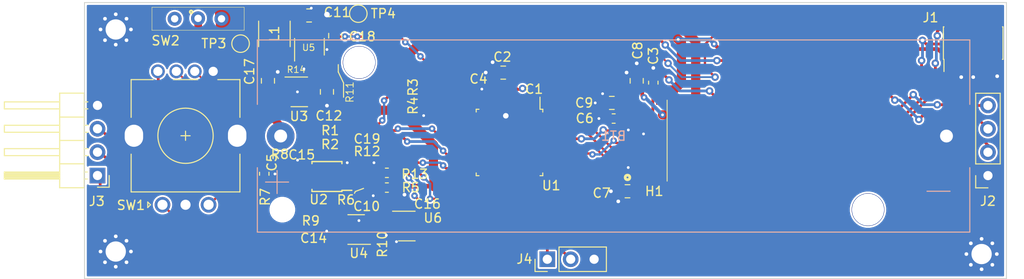
<source format=kicad_pcb>
(kicad_pcb (version 20171130) (host pcbnew "(5.1.5-0-10_14)")
  (layers (0 F.Cu signal) (31 B.Cu signal hide) (34 B.Paste user) (35 F.Paste user) (36 B.SilkS user) (37 F.SilkS user) (38 B.Mask user) (39 F.Mask user) (44 Edge.Cuts user))
  (net 0 "")
  (net 1 "Net-(BT1-Pad1)")
  (net 2 +3V3)
  (net 3 /~NRST)
  (net 4 "Net-(C6-Pad1)")
  (net 5 +16V)
  (net 6 "Net-(C9-Pad1)")
  (net 7 "Net-(C10-Pad1)")
  (net 8 +BATT)
  (net 9 VBUS)
  (net 10 "Net-(C15-Pad1)")
  (net 11 "Net-(C19-Pad1)")
  (net 12 /SPI1_MOSI)
  (net 13 /SPI1_SCLK)
  (net 14 /CMD_DATA)
  (net 15 /~OLED_RST)
  (net 16 /~OLED_CS)
  (net 17 /FRAME_SYNC)
  (net 18 /SWCLK)
  (net 19 /SWDIO)
  (net 20 /Rx_in)
  (net 21 /Tx_out)
  (net 22 "Net-(L1-Pad2)")
  (net 23 "Net-(R2-Pad2)")
  (net 24 /encoder_LED_R)
  (net 25 /encoder_LED_G)
  (net 26 /A)
  (net 27 /B)
  (net 28 "Net-(R9-Pad1)")
  (net 29 "Net-(R10-Pad2)")
  (net 30 "Net-(R11-Pad2)")
  (net 31 /SW)
  (net 32 /RX1)
  (net 33 /TX1)
  (net 34 /encoder_B)
  (net 35 /16V_enable)
  (net 36 /encoder_A)
  (net 37 /encoder_BTN)
  (net 38 GND)
  (net 39 "Net-(R1-Pad2)")
  (net 40 /BAT_VOLT)
  (net 41 /DEBUG_TX3)
  (net 42 /DEBUG_RX3)
  (net 43 /PA12)
  (net 44 /PA11)
  (module MountingHole:MountingHole_2.2mm_M2_Pad_Via (layer F.Cu) (at 25.39 81.05)
    (fp_text reference H4 hide)
    (fp_text value MountingHole_Pad hide)
    (pad 1 thru_hole circle (at 1.166726 -1.166726) (size 0.7 0.7) (drill 0.4) (layers *.Cu *.Mask) (net 38 GND))
    (pad 1 thru_hole circle (at 0 -1.65) (size 0.7 0.7) (drill 0.4) (layers *.Cu *.Mask) (net 38 GND))
    (pad 1 thru_hole circle (at -1.166726 -1.166726) (size 0.7 0.7) (drill 0.4) (layers *.Cu *.Mask) (net 38 GND))
    (pad 1 thru_hole circle (at -1.65 0) (size 0.7 0.7) (drill 0.4) (layers *.Cu *.Mask) (net 38 GND))
    (pad 1 thru_hole circle (at -1.166726 1.166726) (size 0.7 0.7) (drill 0.4) (layers *.Cu *.Mask) (net 38 GND))
    (pad 1 thru_hole circle (at 0 1.65) (size 0.7 0.7) (drill 0.4) (layers *.Cu *.Mask) (net 38 GND))
    (pad 1 thru_hole circle (at 1.166726 1.166726) (size 0.7 0.7) (drill 0.4) (layers *.Cu *.Mask) (net 38 GND))
    (pad 1 thru_hole circle (at 1.65 0) (size 0.7 0.7) (drill 0.4) (layers *.Cu *.Mask) (net 38 GND))
    (pad 1 thru_hole circle (at 0 0) (size 4.4 4.4) (drill 2.2) (layers *.Cu *.Mask) (net 38 GND))
  )
  (module Connector_PinHeader_2.54mm:PinHeader_1x03_P2.54mm_Vertical (layer F.Cu) (at 72.2 81.89 90)
    (fp_text reference J4 (at 0.02 -2.48 180) (layer F.SilkS))
    (fp_text value Conn_01x03_Male)
    (pad 3 thru_hole oval (at 0 5.08 90) (size 1.7 1.7) (drill 1) (layers *.Cu *.Mask) (net 38 GND))
    (pad 2 thru_hole oval (at 0 2.54 90) (size 1.7 1.7) (drill 1) (layers *.Cu *.Mask) (net 43 /PA12))
    (pad 1 thru_hole rect (at 0 0 90) (size 1.7 1.7) (drill 1) (layers *.Cu *.Mask) (net 44 /PA11))
  )
  (module Capacitor_SMD:C_0603_1608Metric (layer F.Cu) (at 83.7 62.7 90)
    (fp_text reference C3 (at 2.91 0 90) (layer F.SilkS))
    (fp_text value 1.0µF)
    (pad 2 smd roundrect (at 0.7875 0 90) (size 0.875 0.95) (layers F.Cu F.Paste F.Mask) (net 38 GND))
    (pad 1 smd roundrect (at -0.7875 0 90) (size 0.875 0.95) (layers F.Cu F.Paste F.Mask) (net 2 +3V3))
  )
  (module Resistor_SMD:R_0402_1005Metric (layer F.Cu) (at 58.8 65.2 90)
    (fp_text reference R4 (at 0 -1.17 90) (layer F.SilkS))
    (fp_text value 47)
    (pad 2 smd roundrect (at 0.485 0 90) (size 0.59 0.64) (layers F.Cu F.Paste F.Mask) (net 40 /BAT_VOLT))
    (pad 1 smd roundrect (at -0.485 0 90) (size 0.59 0.64) (layers F.Cu F.Paste F.Mask) (net 38 GND))
  )
  (module Resistor_SMD:R_0402_1005Metric (layer F.Cu) (at 58.8 63.2 90)
    (fp_text reference R3 (at 0 -1.17 90) (layer F.SilkS))
    (fp_text value 47)
    (pad 2 smd roundrect (at 0.485 0 90) (size 0.59 0.64) (layers F.Cu F.Paste F.Mask) (net 8 +BATT))
    (pad 1 smd roundrect (at -0.485 0 90) (size 0.59 0.64) (layers F.Cu F.Paste F.Mask) (net 40 /BAT_VOLT))
  )
  (module Capacitor_SMD:C_0402_1005Metric (layer F.Cu) (at 43.55 73.14 90)
    (fp_text reference C5 (at 1.77 -1.22 90) (layer F.SilkS))
    (fp_text value 10nF)
    (pad 2 smd roundrect (at 0.485 0 90) (size 0.59 0.64) (layers F.Cu F.Paste F.Mask) (net 38 GND))
    (pad 1 smd roundrect (at -0.485 0 90) (size 0.59 0.64) (layers F.Cu F.Paste F.Mask) (net 2 +3V3))
  )
  (module TestPoint:TestPoint_Pad_D1.5mm (layer F.Cu) (at 38.93 58.46 180)
    (fp_text reference TP3 (at 2.9 0.01) (layer F.SilkS))
    (fp_text value TestPoint)
    (pad 1 smd circle (at 0 0 180) (size 1.5 1.5) (layers F.Cu F.Mask) (net 8 +BATT))
  )
  (module Jitter_Footprints:slide_switch_09.03201.02 (layer F.Cu) (at 34.32 55.76)
    (fp_text reference SW2 (at -3.52 2.38) (layer F.SilkS))
    (fp_text value SW_SPDT)
    (pad 3 thru_hole circle (at -2.54 0) (size 1.524 1.524) (drill 0.8) (layers *.Cu *.Mask))
    (pad 2 thru_hole circle (at 2.54 0) (size 1.524 1.524) (drill 0.8) (layers *.Cu *.Mask) (net 8 +BATT))
    (pad 1 thru_hole circle (at 0 -0.05) (size 1.524 1.524) (drill 0.8) (layers *.Cu *.Mask) (net 1 "Net-(BT1-Pad1)"))
  )
  (module Resistor_SMD:R_0603_1608Metric (layer F.Cu) (at 54.8 72.5)
    (fp_text reference R13 (at 3.02 0.14) (layer F.SilkS))
    (fp_text value 10k)
    (pad 2 smd roundrect (at 0.7875 0) (size 0.875 0.95) (layers F.Cu F.Paste F.Mask) (net 2 +3V3))
    (pad 1 smd roundrect (at -0.7875 0) (size 0.875 0.95) (layers F.Cu F.Paste F.Mask) (net 26 /A))
  )
  (module Resistor_SMD:R_0603_1608Metric (layer F.Cu) (at 41.5 72.6 270)
    (fp_text reference R7 (at 2.52 -0.1 90) (layer F.SilkS))
    (fp_text value 10k)
    (pad 2 smd roundrect (at 0.7875 0 270) (size 0.875 0.95) (layers F.Cu F.Paste F.Mask) (net 2 +3V3))
    (pad 1 smd roundrect (at -0.7875 0 270) (size 0.875 0.95) (layers F.Cu F.Paste F.Mask) (net 31 /SW))
  )
  (module Resistor_SMD:R_0603_1608Metric (layer F.Cu) (at 54.8 74.1)
    (fp_text reference R5 (at 2.59 0) (layer F.SilkS))
    (fp_text value 10k)
    (pad 2 smd roundrect (at 0.7875 0) (size 0.875 0.95) (layers F.Cu F.Paste F.Mask) (net 2 +3V3))
    (pad 1 smd roundrect (at -0.7875 0) (size 0.875 0.95) (layers F.Cu F.Paste F.Mask) (net 27 /B))
  )
  (module "Jitter_Footprints:BatteryHolder_Keystone_1043(p)_1x18650" (layer B.Cu) (at 79.39 68.5 180)
    (fp_text reference BT1 (at 0 0 180) (layer B.SilkS) (effects (justify mirror)))
    (fp_text value Battery_Cell)
    (pad 1 thru_hole circle (at 36.11 0 180) (size 3 3) (drill 1.4) (layers *.Cu *.Mask) (net 1 "Net-(BT1-Pad1)"))
    (pad "" np_thru_hole circle (at 35.93 -8) (size 2.39 2.39) (drill 2.39) (layers *.Cu *.Mask))
    (pad "" np_thru_hole circle (at 27.6 8) (size 3.55 3.55) (drill 3.45) (layers *.Cu *.Mask))
    (pad "" np_thru_hole circle (at -27.6 -8) (size 3.55 3.55) (drill 3.45) (layers *.Cu *.Mask))
    (pad 2 thru_hole circle (at -36.11 0) (size 3 3) (drill 1.4) (layers *.Cu *.Mask) (net 38 GND))
  )
  (module MountingHole:MountingHole_2.2mm_M2_Pad_Via (layer F.Cu) (at 119.31 81.325001)
    (fp_text reference H3 hide)
    (fp_text value MountingHole_Pad hide)
    (pad 1 thru_hole circle (at 1.166726 -1.166726) (size 0.7 0.7) (drill 0.4) (layers *.Cu *.Mask) (net 38 GND))
    (pad 1 thru_hole circle (at 0 -1.65) (size 0.7 0.7) (drill 0.4) (layers *.Cu *.Mask) (net 38 GND))
    (pad 1 thru_hole circle (at -1.166726 -1.166726) (size 0.7 0.7) (drill 0.4) (layers *.Cu *.Mask) (net 38 GND))
    (pad 1 thru_hole circle (at -1.65 0) (size 0.7 0.7) (drill 0.4) (layers *.Cu *.Mask) (net 38 GND))
    (pad 1 thru_hole circle (at -1.166726 1.166726) (size 0.7 0.7) (drill 0.4) (layers *.Cu *.Mask) (net 38 GND))
    (pad 1 thru_hole circle (at 0 1.65) (size 0.7 0.7) (drill 0.4) (layers *.Cu *.Mask) (net 38 GND))
    (pad 1 thru_hole circle (at 1.166726 1.166726) (size 0.7 0.7) (drill 0.4) (layers *.Cu *.Mask) (net 38 GND))
    (pad 1 thru_hole circle (at 1.65 0) (size 0.7 0.7) (drill 0.4) (layers *.Cu *.Mask) (net 38 GND))
    (pad 1 thru_hole circle (at 0 0) (size 4.4 4.4) (drill 2.2) (layers *.Cu *.Mask) (net 38 GND))
  )
  (module MountingHole:MountingHole_2.2mm_M2_Pad_Via (layer F.Cu) (at 25.39 56.92)
    (fp_text reference H2 hide)
    (fp_text value MountingHole_Pad hide)
    (pad 1 thru_hole circle (at 1.166726 -1.166726) (size 0.7 0.7) (drill 0.4) (layers *.Cu *.Mask) (net 38 GND))
    (pad 1 thru_hole circle (at 0 -1.65) (size 0.7 0.7) (drill 0.4) (layers *.Cu *.Mask) (net 38 GND))
    (pad 1 thru_hole circle (at -1.166726 -1.166726) (size 0.7 0.7) (drill 0.4) (layers *.Cu *.Mask) (net 38 GND))
    (pad 1 thru_hole circle (at -1.65 0) (size 0.7 0.7) (drill 0.4) (layers *.Cu *.Mask) (net 38 GND))
    (pad 1 thru_hole circle (at -1.166726 1.166726) (size 0.7 0.7) (drill 0.4) (layers *.Cu *.Mask) (net 38 GND))
    (pad 1 thru_hole circle (at 0 1.65) (size 0.7 0.7) (drill 0.4) (layers *.Cu *.Mask) (net 38 GND))
    (pad 1 thru_hole circle (at 1.166726 1.166726) (size 0.7 0.7) (drill 0.4) (layers *.Cu *.Mask) (net 38 GND))
    (pad 1 thru_hole circle (at 1.65 0) (size 0.7 0.7) (drill 0.4) (layers *.Cu *.Mask) (net 38 GND))
    (pad 1 thru_hole circle (at 0 0) (size 4.4 4.4) (drill 2.2) (layers *.Cu *.Mask) (net 38 GND))
  )
  (module Jitter_Footprints:PEL12D-4xxxS-Sxxxx (layer F.Cu) (at 32.96 68.47)
    (fp_text reference SW1 (at -5.925 7.55) (layer F.SilkS))
    (fp_text value Rotary_Encoder_Switch_DualLED)
    (pad MP thru_hole rect (at 5.6 0) (size 3 3) (drill oval 2 2.4) (layers *.Cu *.Mask) (net 38 GND))
    (pad MP thru_hole rect (at -5.6 0) (size 3 3) (drill oval 2 2.4) (layers *.Cu *.Mask) (net 38 GND))
    (pad B thru_hole circle (at 2.5 7.5) (size 1.7 1.7) (drill 1.1) (layers *.Cu *.Mask) (net 27 /B))
    (pad C thru_hole circle (at 0 7.5) (size 1.7 1.7) (drill 1.1) (layers *.Cu *.Mask) (net 38 GND))
    (pad A thru_hole circle (at -2.5 7.5) (size 1.7 1.7) (drill 1.1) (layers *.Cu *.Mask) (net 26 /A))
    (pad 4 thru_hole circle (at -3 -7) (size 1.5 1.5) (drill 1) (layers *.Cu *.Mask) (net 31 /SW))
    (pad 3 thru_hole circle (at -1 -7) (size 1.5 1.5) (drill 1) (layers *.Cu *.Mask) (net 23 "Net-(R2-Pad2)"))
    (pad 2 thru_hole circle (at 1 -7) (size 1.5 1.5) (drill 1) (layers *.Cu *.Mask) (net 39 "Net-(R1-Pad2)"))
    (pad 1 thru_hole circle (at 3 -7) (size 1.5 1.5) (drill 1) (layers *.Cu *.Mask) (net 38 GND))
  )
  (module Resistor_SMD:R_0402_1005Metric (layer F.Cu) (at 46.7 68.9 180)
    (fp_text reference R2 (at -1.94 -0.51) (layer F.SilkS))
    (fp_text value 220)
    (pad 2 smd roundrect (at 0.485 0 180) (size 0.59 0.64) (layers F.Cu F.Paste F.Mask) (net 23 "Net-(R2-Pad2)"))
    (pad 1 smd roundrect (at -0.485 0 180) (size 0.59 0.64) (layers F.Cu F.Paste F.Mask) (net 24 /encoder_LED_R))
  )
  (module Resistor_SMD:R_0402_1005Metric (layer F.Cu) (at 46.7 67.9 180)
    (fp_text reference R1 (at -1.95 0) (layer F.SilkS))
    (fp_text value 220)
    (pad 2 smd roundrect (at 0.485 0 180) (size 0.59 0.64) (layers F.Cu F.Paste F.Mask) (net 39 "Net-(R1-Pad2)"))
    (pad 1 smd roundrect (at -0.485 0 180) (size 0.59 0.64) (layers F.Cu F.Paste F.Mask) (net 25 /encoder_LED_G))
  )
  (module TestPoint:TestPoint_Pad_D1.5mm (layer F.Cu) (at 51.7 55.2 90)
    (fp_text reference TP4 (at 0.01 2.71 180) (layer F.SilkS))
    (fp_text value TestPoint)
    (pad 1 smd circle (at 0 0 90) (size 1.5 1.5) (layers F.Cu F.Mask) (net 5 +16V))
  )
  (module Package_TO_SOT_SMD:SOT-23-5 (layer F.Cu) (at 45.3 63.7)
    (fp_text reference U3 (at -0.03 2.66) (layer F.SilkS))
    (fp_text value TLV70228_SOT23-5)
    (pad 5 smd rect (at 1.1 -0.95) (size 1.06 0.65) (layers F.Cu F.Paste F.Mask) (net 2 +3V3))
    (pad 4 smd rect (at 1.1 0.95) (size 1.06 0.65) (layers F.Cu F.Paste F.Mask))
    (pad 3 smd rect (at -1.1 0.95) (size 1.06 0.65) (layers F.Cu F.Paste F.Mask) (net 8 +BATT))
    (pad 2 smd rect (at -1.1 0) (size 1.06 0.65) (layers F.Cu F.Paste F.Mask) (net 38 GND))
    (pad 1 smd rect (at -1.1 -0.95) (size 1.06 0.65) (layers F.Cu F.Paste F.Mask) (net 8 +BATT))
  )
  (module Package_SO:TSSOP-8_3x3mm_P0.65mm (layer F.Cu) (at 48.3 72.9 180)
    (fp_text reference U2 (at 0.9 -2.5) (layer F.SilkS))
    (fp_text value 74LVC3G17)
    (pad 8 smd rect (at 2.15 -0.975 180) (size 1.1 0.4) (layers F.Cu F.Paste F.Mask) (net 2 +3V3))
    (pad 7 smd rect (at 2.15 -0.325 180) (size 1.1 0.4) (layers F.Cu F.Paste F.Mask) (net 34 /encoder_B))
    (pad 6 smd rect (at 2.15 0.325 180) (size 1.1 0.4) (layers F.Cu F.Paste F.Mask) (net 10 "Net-(C15-Pad1)"))
    (pad 5 smd rect (at 2.15 0.975 180) (size 1.1 0.4) (layers F.Cu F.Paste F.Mask) (net 36 /encoder_A))
    (pad 4 smd rect (at -2.15 0.975 180) (size 1.1 0.4) (layers F.Cu F.Paste F.Mask) (net 38 GND))
    (pad 3 smd rect (at -2.15 0.325 180) (size 1.1 0.4) (layers F.Cu F.Paste F.Mask) (net 11 "Net-(C19-Pad1)"))
    (pad 2 smd rect (at -2.15 -0.325 180) (size 1.1 0.4) (layers F.Cu F.Paste F.Mask) (net 37 /encoder_BTN))
    (pad 1 smd rect (at -2.15 -0.975 180) (size 1.1 0.4) (layers F.Cu F.Paste F.Mask) (net 7 "Net-(C10-Pad1)"))
  )
  (module Package_TO_SOT_SMD:SOT-23-5 (layer F.Cu) (at 56.965 78.28)
    (fp_text reference U6 (at 2.825 -0.88) (layer F.SilkS))
    (fp_text value sn74lv1t34)
    (pad 5 smd rect (at 1.1 -0.95) (size 1.06 0.65) (layers F.Cu F.Paste F.Mask) (net 2 +3V3))
    (pad 4 smd rect (at 1.1 0.95) (size 1.06 0.65) (layers F.Cu F.Paste F.Mask) (net 32 /RX1))
    (pad 3 smd rect (at -1.1 0.95) (size 1.06 0.65) (layers F.Cu F.Paste F.Mask) (net 38 GND))
    (pad 2 smd rect (at -1.1 0) (size 1.06 0.65) (layers F.Cu F.Paste F.Mask) (net 29 "Net-(R10-Pad2)"))
    (pad 1 smd rect (at -1.1 -0.95) (size 1.06 0.65) (layers F.Cu F.Paste F.Mask))
  )
  (module Package_TO_SOT_SMD:SOT-23-6 (layer F.Cu) (at 46.4 58.8 90)
    (fp_text reference U5 (at -0.09 -0.09 180) (layer F.SilkS) (effects (font (size 0.7 0.7) (thickness 0.1))))
    (fp_text value TLV61046ADB)
    (pad 5 smd rect (at 1.1 0 90) (size 1.06 0.65) (layers F.Cu F.Paste F.Mask) (net 5 +16V))
    (pad 6 smd rect (at 1.1 -0.95 90) (size 1.06 0.65) (layers F.Cu F.Paste F.Mask) (net 8 +BATT))
    (pad 4 smd rect (at 1.1 0.95 90) (size 1.06 0.65) (layers F.Cu F.Paste F.Mask) (net 35 /16V_enable))
    (pad 3 smd rect (at -1.1 0.95 90) (size 1.06 0.65) (layers F.Cu F.Paste F.Mask) (net 30 "Net-(R11-Pad2)"))
    (pad 2 smd rect (at -1.1 0 90) (size 1.06 0.65) (layers F.Cu F.Paste F.Mask) (net 38 GND))
    (pad 1 smd rect (at -1.1 -0.95 90) (size 1.06 0.65) (layers F.Cu F.Paste F.Mask) (net 22 "Net-(L1-Pad2)"))
  )
  (module Package_TO_SOT_SMD:SOT-23-5 (layer F.Cu) (at 51.47 78.66 180)
    (fp_text reference U4 (at -0.28 -2.58) (layer F.SilkS))
    (fp_text value sn74lv1t34)
    (pad 5 smd rect (at 1.1 -0.95 180) (size 1.06 0.65) (layers F.Cu F.Paste F.Mask) (net 9 VBUS))
    (pad 4 smd rect (at 1.1 0.95 180) (size 1.06 0.65) (layers F.Cu F.Paste F.Mask) (net 28 "Net-(R9-Pad1)"))
    (pad 3 smd rect (at -1.1 0.95 180) (size 1.06 0.65) (layers F.Cu F.Paste F.Mask) (net 38 GND))
    (pad 2 smd rect (at -1.1 0 180) (size 1.06 0.65) (layers F.Cu F.Paste F.Mask) (net 33 /TX1))
    (pad 1 smd rect (at -1.1 -0.95 180) (size 1.06 0.65) (layers F.Cu F.Paste F.Mask))
  )
  (module Package_QFP:LQFP-32_7x7mm_P0.8mm (layer F.Cu) (at 68.1 69.2 270)
    (fp_text reference U1 (at 4.68 -4.53 180) (layer F.SilkS))
    (fp_text value STM32G070KBT6)
    (pad 32 smd roundrect (at -2.8 -4.175 270) (size 0.5 1.5) (layers F.Cu F.Paste F.Mask) (net 41 /DEBUG_TX3))
    (pad 31 smd roundrect (at -2 -4.175 270) (size 0.5 1.5) (layers F.Cu F.Paste F.Mask) (net 14 /CMD_DATA))
    (pad 30 smd roundrect (at -1.2 -4.175 270) (size 0.5 1.5) (layers F.Cu F.Paste F.Mask) (net 15 /~OLED_RST))
    (pad 29 smd roundrect (at -0.4 -4.175 270) (size 0.5 1.5) (layers F.Cu F.Paste F.Mask) (net 12 /SPI1_MOSI))
    (pad 28 smd roundrect (at 0.4 -4.175 270) (size 0.5 1.5) (layers F.Cu F.Paste F.Mask) (net 16 /~OLED_CS))
    (pad 27 smd roundrect (at 1.2 -4.175 270) (size 0.5 1.5) (layers F.Cu F.Paste F.Mask) (net 13 /SPI1_SCLK))
    (pad 26 smd roundrect (at 2 -4.175 270) (size 0.5 1.5) (layers F.Cu F.Paste F.Mask) (net 17 /FRAME_SYNC))
    (pad 25 smd roundrect (at 2.8 -4.175 270) (size 0.5 1.5) (layers F.Cu F.Paste F.Mask) (net 18 /SWCLK))
    (pad 24 smd roundrect (at 4.175 -2.8 270) (size 1.5 0.5) (layers F.Cu F.Paste F.Mask) (net 19 /SWDIO))
    (pad 23 smd roundrect (at 4.175 -2 270) (size 1.5 0.5) (layers F.Cu F.Paste F.Mask) (net 43 /PA12))
    (pad 22 smd roundrect (at 4.175 -1.2 270) (size 1.5 0.5) (layers F.Cu F.Paste F.Mask) (net 44 /PA11))
    (pad 21 smd roundrect (at 4.175 -0.4 270) (size 1.5 0.5) (layers F.Cu F.Paste F.Mask) (net 32 /RX1))
    (pad 20 smd roundrect (at 4.175 0.4 270) (size 1.5 0.5) (layers F.Cu F.Paste F.Mask))
    (pad 19 smd roundrect (at 4.175 1.2 270) (size 1.5 0.5) (layers F.Cu F.Paste F.Mask) (net 33 /TX1))
    (pad 18 smd roundrect (at 4.175 2 270) (size 1.5 0.5) (layers F.Cu F.Paste F.Mask) (net 37 /encoder_BTN))
    (pad 17 smd roundrect (at 4.175 2.8 270) (size 1.5 0.5) (layers F.Cu F.Paste F.Mask) (net 34 /encoder_B))
    (pad 16 smd roundrect (at 2.8 4.175 270) (size 0.5 1.5) (layers F.Cu F.Paste F.Mask) (net 36 /encoder_A))
    (pad 15 smd roundrect (at 2 4.175 270) (size 0.5 1.5) (layers F.Cu F.Paste F.Mask) (net 24 /encoder_LED_R))
    (pad 14 smd roundrect (at 1.2 4.175 270) (size 0.5 1.5) (layers F.Cu F.Paste F.Mask) (net 25 /encoder_LED_G))
    (pad 13 smd roundrect (at 0.4 4.175 270) (size 0.5 1.5) (layers F.Cu F.Paste F.Mask))
    (pad 12 smd roundrect (at -0.4 4.175 270) (size 0.5 1.5) (layers F.Cu F.Paste F.Mask))
    (pad 11 smd roundrect (at -1.2 4.175 270) (size 0.5 1.5) (layers F.Cu F.Paste F.Mask) (net 40 /BAT_VOLT))
    (pad 10 smd roundrect (at -2 4.175 270) (size 0.5 1.5) (layers F.Cu F.Paste F.Mask))
    (pad 9 smd roundrect (at -2.8 4.175 270) (size 0.5 1.5) (layers F.Cu F.Paste F.Mask))
    (pad 8 smd roundrect (at -4.175 2.8 270) (size 1.5 0.5) (layers F.Cu F.Paste F.Mask) (net 35 /16V_enable))
    (pad 7 smd roundrect (at -4.175 2 270) (size 1.5 0.5) (layers F.Cu F.Paste F.Mask))
    (pad 6 smd roundrect (at -4.175 1.2 270) (size 1.5 0.5) (layers F.Cu F.Paste F.Mask) (net 3 /~NRST))
    (pad 5 smd roundrect (at -4.175 0.4 270) (size 1.5 0.5) (layers F.Cu F.Paste F.Mask) (net 38 GND))
    (pad 4 smd roundrect (at -4.175 -0.4 270) (size 1.5 0.5) (layers F.Cu F.Paste F.Mask) (net 2 +3V3))
    (pad 3 smd roundrect (at -4.175 -1.2 270) (size 1.5 0.5) (layers F.Cu F.Paste F.Mask))
    (pad 2 smd roundrect (at -4.175 -2 270) (size 1.5 0.5) (layers F.Cu F.Paste F.Mask))
    (pad 1 smd roundrect (at -4.175 -2.8 270) (size 1.5 0.5) (layers F.Cu F.Paste F.Mask) (net 42 /DEBUG_RX3))
  )
  (module Resistor_SMD:R_0402_1005Metric (layer F.Cu) (at 46.9 61.2 180)
    (fp_text reference R14 (at 1.93 -0.08) (layer F.SilkS) (effects (font (size 0.7 0.7) (thickness 0.1))))
    (fp_text value 56k)
    (pad 2 smd roundrect (at 0.485 0 180) (size 0.59 0.64) (layers F.Cu F.Paste F.Mask) (net 38 GND))
    (pad 1 smd roundrect (at -0.485 0 180) (size 0.59 0.64) (layers F.Cu F.Paste F.Mask) (net 30 "Net-(R11-Pad2)"))
  )
  (module Resistor_SMD:R_0402_1005Metric (layer F.Cu) (at 52.3 72.4 180)
    (fp_text reference R12 (at -0.35 2.23) (layer F.SilkS))
    (fp_text value 10k)
    (pad 2 smd roundrect (at 0.485 0 180) (size 0.59 0.64) (layers F.Cu F.Paste F.Mask) (net 11 "Net-(C19-Pad1)"))
    (pad 1 smd roundrect (at -0.485 0 180) (size 0.59 0.64) (layers F.Cu F.Paste F.Mask) (net 26 /A))
  )
  (module Resistor_SMD:R_0402_1005Metric (layer F.Cu) (at 48.8 60.6 270)
    (fp_text reference R11 (at 3.13 -1.98 90) (layer F.SilkS) (effects (font (size 0.8 0.8) (thickness 0.1))))
    (fp_text value 1.1M)
    (pad 2 smd roundrect (at 0.485 0 270) (size 0.59 0.64) (layers F.Cu F.Paste F.Mask) (net 30 "Net-(R11-Pad2)"))
    (pad 1 smd roundrect (at -0.485 0 270) (size 0.59 0.64) (layers F.Cu F.Paste F.Mask) (net 5 +16V))
  )
  (module Resistor_SMD:R_0402_1005Metric (layer F.Cu) (at 54.54 77.76 270)
    (fp_text reference R10 (at 2.5 0.23 90) (layer F.SilkS))
    (fp_text value 47)
    (pad 2 smd roundrect (at 0.485 0 270) (size 0.59 0.64) (layers F.Cu F.Paste F.Mask) (net 29 "Net-(R10-Pad2)"))
    (pad 1 smd roundrect (at -0.485 0 270) (size 0.59 0.64) (layers F.Cu F.Paste F.Mask) (net 20 /Rx_in))
  )
  (module Resistor_SMD:R_0402_1005Metric (layer F.Cu) (at 48.52 77.66 180)
    (fp_text reference R9 (at 1.975 -0.05) (layer F.SilkS))
    (fp_text value 47)
    (pad 2 smd roundrect (at 0.485 0 180) (size 0.59 0.64) (layers F.Cu F.Paste F.Mask) (net 21 /Tx_out))
    (pad 1 smd roundrect (at -0.485 0 180) (size 0.59 0.64) (layers F.Cu F.Paste F.Mask) (net 28 "Net-(R9-Pad1)"))
  )
  (module Resistor_SMD:R_0402_1005Metric (layer F.Cu) (at 43.21 71.6)
    (fp_text reference R8 (at -0.02 -1.12) (layer F.SilkS))
    (fp_text value 10k)
    (pad 2 smd roundrect (at 0.485 0) (size 0.59 0.64) (layers F.Cu F.Paste F.Mask) (net 10 "Net-(C15-Pad1)"))
    (pad 1 smd roundrect (at -0.485 0) (size 0.59 0.64) (layers F.Cu F.Paste F.Mask) (net 31 /SW))
  )
  (module Resistor_SMD:R_0402_1005Metric (layer F.Cu) (at 52.3 73.9 180)
    (fp_text reference R6 (at 1.94 -1.54) (layer F.SilkS))
    (fp_text value 10k)
    (pad 2 smd roundrect (at 0.485 0 180) (size 0.59 0.64) (layers F.Cu F.Paste F.Mask) (net 7 "Net-(C10-Pad1)"))
    (pad 1 smd roundrect (at -0.485 0 180) (size 0.59 0.64) (layers F.Cu F.Paste F.Mask) (net 27 /B))
  )
  (module Inductor_SMD:L_1812_4532Metric (layer F.Cu) (at 42.6 57.4 270)
    (fp_text reference L1 (at 0 0 90) (layer F.SilkS))
    (fp_text value 22µH)
    (pad 2 smd roundrect (at 2.1375 0 270) (size 1.125 3.4) (layers F.Cu F.Paste F.Mask) (roundrect_rratio 0.222222) (net 22 "Net-(L1-Pad2)"))
    (pad 1 smd roundrect (at -2.1375 0 270) (size 1.125 3.4) (layers F.Cu F.Paste F.Mask) (roundrect_rratio 0.222222) (net 8 +BATT))
  )
  (module Connector_PinHeader_2.54mm:PinHeader_1x04_P2.54mm_Horizontal (layer F.Cu) (at 23.41 72.79 180)
    (fp_text reference J3 (at 0.075 -2.8) (layer F.SilkS))
    (fp_text value Conn_01x04_Female)
    (pad 4 thru_hole oval (at 0 7.62 180) (size 1.7 1.7) (drill 1) (layers *.Cu *.Mask) (net 38 GND))
    (pad 3 thru_hole oval (at 0 5.08 180) (size 1.7 1.7) (drill 1) (layers *.Cu *.Mask) (net 20 /Rx_in))
    (pad 2 thru_hole oval (at 0 2.54 180) (size 1.7 1.7) (drill 1) (layers *.Cu *.Mask) (net 21 /Tx_out))
    (pad 1 thru_hole rect (at 0 0 180) (size 1.7 1.7) (drill 1) (layers *.Cu *.Mask) (net 9 VBUS))
  )
  (module Connector_PinSocket_2.54mm:PinSocket_1x04_P2.54mm_Vertical (layer F.Cu) (at 120 72.8 180)
    (fp_text reference J2 (at 0 -2.77 180) (layer F.SilkS))
    (fp_text value Conn_01x04_Female)
    (pad 4 thru_hole oval (at 0 7.62 180) (size 1.7 1.7) (drill 1) (layers *.Cu *.Mask) (net 2 +3V3))
    (pad 3 thru_hole oval (at 0 5.08 180) (size 1.7 1.7) (drill 1) (layers *.Cu *.Mask) (net 41 /DEBUG_TX3))
    (pad 2 thru_hole oval (at 0 2.54 180) (size 1.7 1.7) (drill 1) (layers *.Cu *.Mask) (net 42 /DEBUG_RX3))
    (pad 1 thru_hole rect (at 0 0 180) (size 1.7 1.7) (drill 1) (layers *.Cu *.Mask) (net 38 GND))
  )
  (module Connector_PinHeader_1.27mm:PinHeader_2x05_P1.27mm_Vertical_SMD (layer F.Cu) (at 118.4 58.4 90)
    (fp_text reference J1 (at 2.77 -4.63 180) (layer F.SilkS))
    (fp_text value Conn_ARM_JTAG_SWD_10)
    (pad 10 smd rect (at 1.95 2.54 90) (size 2.4 0.74) (layers F.Cu F.Paste F.Mask) (net 3 /~NRST))
    (pad 9 smd rect (at -1.95 2.54 90) (size 2.4 0.74) (layers F.Cu F.Paste F.Mask) (net 38 GND))
    (pad 8 smd rect (at 1.95 1.27 90) (size 2.4 0.74) (layers F.Cu F.Paste F.Mask))
    (pad 7 smd rect (at -1.95 1.27 90) (size 2.4 0.74) (layers F.Cu F.Paste F.Mask))
    (pad 6 smd rect (at 1.95 0 90) (size 2.4 0.74) (layers F.Cu F.Paste F.Mask))
    (pad 5 smd rect (at -1.95 0 90) (size 2.4 0.74) (layers F.Cu F.Paste F.Mask) (net 38 GND))
    (pad 4 smd rect (at 1.95 -1.27 90) (size 2.4 0.74) (layers F.Cu F.Paste F.Mask) (net 18 /SWCLK))
    (pad 3 smd rect (at -1.95 -1.27 90) (size 2.4 0.74) (layers F.Cu F.Paste F.Mask) (net 38 GND))
    (pad 2 smd rect (at 1.95 -2.54 90) (size 2.4 0.74) (layers F.Cu F.Paste F.Mask) (net 19 /SWDIO))
    (pad 1 smd rect (at -1.95 -2.54 90) (size 2.4 0.74) (layers F.Cu F.Paste F.Mask) (net 2 +3V3))
  )
  (module Jitter_Footprints:Molex_503480-1400-1x14-1MP_P0.5mm_Horizontal (layer F.Cu) (at 81.5 69 90)
    (fp_text reference H1 (at -5.5 2.3) (layer F.SilkS))
    (fp_text value ELW2106AA)
    (pad "" smd rect (at 4.04 3 90) (size 0.3 1) (layers F.Cu F.Paste F.Mask))
    (pad "" smd rect (at -4.04 3 90) (size 0.3 1) (layers F.Cu F.Paste F.Mask))
    (pad 14 smd rect (at 3.25 0.35 90) (size 0.3 0.7) (layers F.Cu F.Paste F.Mask) (net 5 +16V))
    (pad 13 smd rect (at 2.75 0.35 90) (size 0.3 0.7) (layers F.Cu F.Paste F.Mask) (net 6 "Net-(C9-Pad1)"))
    (pad 12 smd rect (at 2.25 0.35 90) (size 0.3 0.7) (layers F.Cu F.Paste F.Mask) (net 4 "Net-(C6-Pad1)"))
    (pad 11 smd rect (at 1.75 0.35 90) (size 0.3 0.7) (layers F.Cu F.Paste F.Mask) (net 2 +3V3))
    (pad 10 smd rect (at 1.25 0.35 90) (size 0.3 0.7) (layers F.Cu F.Paste F.Mask) (net 38 GND))
    (pad 9 smd rect (at 0.75 0.35 90) (size 0.3 0.7) (layers F.Cu F.Paste F.Mask) (net 38 GND))
    (pad 8 smd rect (at 0.25 0.35 90) (size 0.3 0.7) (layers F.Cu F.Paste F.Mask) (net 12 /SPI1_MOSI))
    (pad 7 smd rect (at -0.25 0.35 90) (size 0.3 0.7) (layers F.Cu F.Paste F.Mask) (net 13 /SPI1_SCLK))
    (pad 6 smd rect (at -0.75 0.35 90) (size 0.3 0.7) (layers F.Cu F.Paste F.Mask) (net 14 /CMD_DATA))
    (pad 5 smd rect (at -1.25 0.35 90) (size 0.3 0.7) (layers F.Cu F.Paste F.Mask) (net 15 /~OLED_RST))
    (pad 4 smd rect (at -1.75 0.35 90) (size 0.3 0.7) (layers F.Cu F.Paste F.Mask) (net 16 /~OLED_CS))
    (pad 3 smd rect (at -2.25 0.35 90) (size 0.3 0.7) (layers F.Cu F.Paste F.Mask) (net 17 /FRAME_SYNC))
    (pad 2 smd rect (at -2.75 0.35 90) (size 0.3 0.7) (layers F.Cu F.Paste F.Mask) (net 38 GND))
    (pad 1 smd rect (at -3.25 0.35 90) (size 0.3 0.7) (layers F.Cu F.Paste F.Mask) (net 5 +16V))
  )
  (module Capacitor_SMD:C_0402_1005Metric (layer F.Cu) (at 52.3 71.4)
    (fp_text reference C19 (at 0.35 -2.59) (layer F.SilkS))
    (fp_text value 10nF)
    (pad 2 smd roundrect (at 0.485 0) (size 0.59 0.64) (layers F.Cu F.Paste F.Mask) (net 38 GND))
    (pad 1 smd roundrect (at -0.485 0) (size 0.59 0.64) (layers F.Cu F.Paste F.Mask) (net 11 "Net-(C19-Pad1)"))
  )
  (module Capacitor_SMD:C_0805_2012Metric (layer F.Cu) (at 49.2 57.6 90)
    (fp_text reference C18 (at -0.09 2.93 180) (layer F.SilkS))
    (fp_text value 4.7µF)
    (pad 2 smd roundrect (at 0.9375 0 90) (size 0.975 1.4) (layers F.Cu F.Paste F.Mask) (net 5 +16V))
    (pad 1 smd roundrect (at -0.9375 0 90) (size 0.975 1.4) (layers F.Cu F.Paste F.Mask) (net 38 GND))
  )
  (module Capacitor_SMD:C_0805_2012Metric (layer F.Cu) (at 41.9 62.5 270)
    (fp_text reference C17 (at -1 2 90) (layer F.SilkS))
    (fp_text value 4.7µF)
    (pad 2 smd roundrect (at 0.9375 0 270) (size 0.975 1.4) (layers F.Cu F.Paste F.Mask) (net 8 +BATT))
    (pad 1 smd roundrect (at -0.9375 0 270) (size 0.975 1.4) (layers F.Cu F.Paste F.Mask) (net 38 GND))
  )
  (module Capacitor_SMD:C_0402_1005Metric (layer F.Cu) (at 56.7 75.88)
    (fp_text reference C16 (at 2.5 0) (layer F.SilkS))
    (fp_text value 100nF)
    (pad 2 smd roundrect (at 0.485 0) (size 0.59 0.64) (layers F.Cu F.Paste F.Mask) (net 38 GND))
    (pad 1 smd roundrect (at -0.485 0) (size 0.59 0.64) (layers F.Cu F.Paste F.Mask) (net 2 +3V3))
  )
  (module Capacitor_SMD:C_0402_1005Metric (layer F.Cu) (at 44.7 72.1 90)
    (fp_text reference C15 (at 1.56 0.86 180) (layer F.SilkS))
    (fp_text value 10nF)
    (pad 2 smd roundrect (at 0.485 0 90) (size 0.59 0.64) (layers F.Cu F.Paste F.Mask) (net 38 GND))
    (pad 1 smd roundrect (at -0.485 0 90) (size 0.59 0.64) (layers F.Cu F.Paste F.Mask) (net 10 "Net-(C15-Pad1)"))
  )
  (module Capacitor_SMD:C_0402_1005Metric (layer F.Cu) (at 48.97 79.36 90)
    (fp_text reference C14 (at -0.24 -2.12 180) (layer F.SilkS))
    (fp_text value 100nF)
    (pad 2 smd roundrect (at 0.485 0 90) (size 0.59 0.64) (layers F.Cu F.Paste F.Mask) (net 38 GND))
    (pad 1 smd roundrect (at -0.485 0 90) (size 0.59 0.64) (layers F.Cu F.Paste F.Mask) (net 9 VBUS))
  )
  (module Capacitor_SMD:C_0805_2012Metric (layer F.Cu) (at 48.3 63.7 90)
    (fp_text reference C12 (at -2.6 0.21 180) (layer F.SilkS))
    (fp_text value 4.7µF)
    (pad 2 smd roundrect (at 0.9375 0 90) (size 0.975 1.4) (layers F.Cu F.Paste F.Mask) (net 2 +3V3))
    (pad 1 smd roundrect (at -0.9375 0 90) (size 0.975 1.4) (layers F.Cu F.Paste F.Mask) (net 38 GND))
  )
  (module Capacitor_SMD:C_0805_2012Metric (layer F.Cu) (at 46.3625 55.4 180)
    (fp_text reference C11 (at -3.0475 0.34) (layer F.SilkS))
    (fp_text value 4.7µF)
    (pad 2 smd roundrect (at 0.9375 0 180) (size 0.975 1.4) (layers F.Cu F.Paste F.Mask) (net 8 +BATT))
    (pad 1 smd roundrect (at -0.9375 0 180) (size 0.975 1.4) (layers F.Cu F.Paste F.Mask) (net 38 GND))
  )
  (module Capacitor_SMD:C_0402_1005Metric (layer F.Cu) (at 52.3 74.9)
    (fp_text reference C10 (at 0.31 1.24) (layer F.SilkS))
    (fp_text value 10nF)
    (pad 2 smd roundrect (at 0.485 0) (size 0.59 0.64) (layers F.Cu F.Paste F.Mask) (net 38 GND))
    (pad 1 smd roundrect (at -0.485 0) (size 0.59 0.64) (layers F.Cu F.Paste F.Mask) (net 7 "Net-(C10-Pad1)"))
  )
  (module Capacitor_SMD:C_0805_2012Metric (layer F.Cu) (at 79.2 64.9 180)
    (fp_text reference C9 (at 3 0) (layer F.SilkS))
    (fp_text value 4.7µF)
    (pad 2 smd roundrect (at 0.9375 0 180) (size 0.975 1.4) (layers F.Cu F.Paste F.Mask) (net 38 GND))
    (pad 1 smd roundrect (at -0.9375 0 180) (size 0.975 1.4) (layers F.Cu F.Paste F.Mask) (net 6 "Net-(C9-Pad1)"))
  )
  (module Capacitor_SMD:C_0805_2012Metric (layer F.Cu) (at 81.9 62.5 270)
    (fp_text reference C8 (at -3.29 -0.1 90) (layer F.SilkS))
    (fp_text value 4.7µF)
    (pad 2 smd roundrect (at 0.9375 0 270) (size 0.975 1.4) (layers F.Cu F.Paste F.Mask) (net 5 +16V))
    (pad 1 smd roundrect (at -0.9375 0 270) (size 0.975 1.4) (layers F.Cu F.Paste F.Mask) (net 38 GND))
  )
  (module Capacitor_SMD:C_0805_2012Metric (layer F.Cu) (at 80.9 74.5)
    (fp_text reference C7 (at -2.8 0.2) (layer F.SilkS))
    (fp_text value 4.7µF)
    (pad 2 smd roundrect (at 0.9375 0) (size 0.975 1.4) (layers F.Cu F.Paste F.Mask) (net 5 +16V))
    (pad 1 smd roundrect (at -0.9375 0) (size 0.975 1.4) (layers F.Cu F.Paste F.Mask) (net 38 GND))
  )
  (module Capacitor_SMD:C_0603_1608Metric (layer F.Cu) (at 79.4 66.6 180)
    (fp_text reference C6 (at 3.14 0.02) (layer F.SilkS))
    (fp_text value 1.0µF)
    (pad 2 smd roundrect (at 0.7875 0 180) (size 0.875 0.95) (layers F.Cu F.Paste F.Mask) (net 38 GND))
    (pad 1 smd roundrect (at -0.7875 0 180) (size 0.875 0.95) (layers F.Cu F.Paste F.Mask) (net 4 "Net-(C6-Pad1)"))
  )
  (module Capacitor_SMD:C_0402_1005Metric (layer F.Cu) (at 66.3 63.4 180)
    (fp_text reference C4 (at 1.56 1.1) (layer F.SilkS))
    (fp_text value 100nF)
    (pad 2 smd roundrect (at 0.485 0 180) (size 0.59 0.64) (layers F.Cu F.Paste F.Mask) (net 38 GND))
    (pad 1 smd roundrect (at -0.485 0 180) (size 0.59 0.64) (layers F.Cu F.Paste F.Mask) (net 3 /~NRST))
  )
  (module Capacitor_SMD:C_0805_2012Metric (layer F.Cu) (at 67.42 61.61 180)
    (fp_text reference C2 (at 0.09 1.7) (layer F.SilkS))
    (fp_text value 4.7µF)
    (pad 2 smd roundrect (at 0.9375 0 180) (size 0.975 1.4) (layers F.Cu F.Paste F.Mask) (net 38 GND))
    (pad 1 smd roundrect (at -0.9375 0 180) (size 0.975 1.4) (layers F.Cu F.Paste F.Mask) (net 2 +3V3))
  )
  (module Capacitor_SMD:C_0402_1005Metric (layer F.Cu) (at 68.2 63.4 180)
    (fp_text reference C1 (at -2.57 0) (layer F.SilkS))
    (fp_text value 100nF)
    (pad 2 smd roundrect (at 0.485 0 180) (size 0.59 0.64) (layers F.Cu F.Paste F.Mask) (net 38 GND))
    (pad 1 smd roundrect (at -0.485 0 180) (size 0.59 0.64) (layers F.Cu F.Paste F.Mask) (net 2 +3V3))
  )
  (gr_line (start 51.37 74.56) (end 51.28 74.72) (layer F.SilkS) (width 0.12))
  (gr_line (start 52.27 74.19) (end 51.36 74.53) (layer F.SilkS) (width 0.12))
  (gr_line (start 50.1 62.73) (end 50.1 64.28) (layer F.SilkS) (width 0.12))
  (gr_line (start 49.53 61.54) (end 50.1 62.73) (layer F.SilkS) (width 0.12))
  (gr_line (start 49.53 60.74) (end 49.53 61.54) (layer F.SilkS) (width 0.12))
  (gr_line (start 122 84) (end 22 84) (layer Edge.Cuts) (width 0.1))
  (gr_line (start 122 54) (end 122 84) (layer Edge.Cuts) (width 0.1))
  (gr_line (start 22 54) (end 122 54) (layer Edge.Cuts) (width 0.1))
  (gr_line (start 22 84) (end 22 54) (layer Edge.Cuts) (width 0.1))
  (segment (start 34.5 55.89) (end 34.32 55.71) (width 0.5) (layer F.Cu) (net 1))
  (segment (start 34.5 57.25) (end 34.5 55.89) (width 0.5) (layer F.Cu) (net 1))
  (segment (start 43.28 67.4) (end 43.28 68.5) (width 0.8) (layer F.Cu) (net 1))
  (segment (start 38.1 62.22) (end 43.28 67.4) (width 0.8) (layer F.Cu) (net 1))
  (segment (start 34.32 57.12) (end 38.1 60.9) (width 0.8) (layer F.Cu) (net 1))
  (segment (start 38.1 60.9) (end 38.1 62.22) (width 0.8) (layer F.Cu) (net 1))
  (segment (start 34.32 55.71) (end 34.32 57.12) (width 0.8) (layer F.Cu) (net 1))
  (segment (start 48.2875 62.75) (end 48.3 62.7625) (width 1) (layer F.Cu) (net 2))
  (segment (start 46.4 62.75) (end 48.2875 62.75) (width 1) (layer F.Cu) (net 2))
  (segment (start 46.125 73.9) (end 46.15 73.875) (width 0.4) (layer F.Cu) (net 2))
  (segment (start 55.5875 72.5) (end 55.5875 74.1) (width 0.25) (layer F.Cu) (net 2))
  (segment (start 49.881484 59.32501) (end 50.20001 59.006484) (width 0.2) (layer F.Cu) (net 5))
  (segment (start 49.29499 59.32501) (end 49.881484 59.32501) (width 0.2) (layer F.Cu) (net 5))
  (segment (start 48.8 59.82) (end 49.29499 59.32501) (width 0.2) (layer F.Cu) (net 5))
  (segment (start 48.8 60.115) (end 48.8 59.82) (width 0.2) (layer F.Cu) (net 5))
  (segment (start 48.5 56.8625) (end 49.2 56.8625) (width 0.5) (layer F.Cu) (net 5))
  (segment (start 48.3375 56.7) (end 48.5 56.8625) (width 0.5) (layer F.Cu) (net 5))
  (segment (start 46.684998 56.7) (end 48.3375 56.7) (width 0.5) (layer F.Cu) (net 5))
  (segment (start 46.4 56.984998) (end 46.684998 56.7) (width 0.5) (layer F.Cu) (net 5))
  (segment (start 46.4 57.7) (end 46.4 56.984998) (width 0.5) (layer F.Cu) (net 5))
  (segment (start 50.9 56.5) (end 51.7 55.2) (width 1) (layer F.Cu) (net 5))
  (segment (start 50.924997 56.524997) (end 50.9 56.5) (width 0.25) (layer F.Cu) (net 5))
  (segment (start 50.924997 58.281497) (end 50.924997 56.524997) (width 0.25) (layer F.Cu) (net 5))
  (segment (start 49.685527 56.176973) (end 50.576973 56.176973) (width 1) (layer F.Cu) (net 5))
  (segment (start 50.20001 59.006484) (end 50.924997 58.281497) (width 0.25) (layer F.Cu) (net 5))
  (segment (start 49.2 56.6625) (end 49.685527 56.176973) (width 1) (layer F.Cu) (net 5))
  (segment (start 50.576973 56.176973) (end 50.9 56.5) (width 1) (layer F.Cu) (net 5))
  (segment (start 51.79 73.875) (end 51.815 73.9) (width 0.4) (layer F.Cu) (net 7))
  (segment (start 50.45 73.875) (end 51.79 73.875) (width 0.4) (layer F.Cu) (net 7))
  (segment (start 51.815 73.9) (end 51.815 74.9) (width 0.4) (layer F.Cu) (net 7))
  (segment (start 43.2 64.599998) (end 43.2 62.8) (width 0.5) (layer F.Cu) (net 8))
  (segment (start 44.2 64.65) (end 43.37 64.65) (width 0.5) (layer F.Cu) (net 8))
  (segment (start 43.37 64.65) (end 43.319999 64.599999) (width 0.5) (layer F.Cu) (net 8))
  (segment (start 43.25 62.75) (end 43.2 62.8) (width 0.3) (layer F.Cu) (net 8))
  (segment (start 44.2 62.75) (end 43.25 62.75) (width 0.5) (layer F.Cu) (net 8))
  (segment (start 45.425 57.675) (end 45.45 57.7) (width 0.5) (layer F.Cu) (net 8))
  (segment (start 45.425 55.4) (end 45.425 57.675) (width 0.5) (layer F.Cu) (net 8))
  (segment (start 45.2875 55.2625) (end 45.425 55.4) (width 0.5) (layer F.Cu) (net 8))
  (segment (start 42.6 55.2625) (end 45.2875 55.2625) (width 0.5) (layer F.Cu) (net 8))
  (segment (start 50.335 79.845) (end 50.37 79.81) (width 0.3) (layer F.Cu) (net 9))
  (segment (start 48.97 79.845) (end 50.335 79.845) (width 0.3) (layer F.Cu) (net 9))
  (segment (start 46.14 72.585) (end 46.15 72.575) (width 0.3) (layer F.Cu) (net 10))
  (segment (start 44.7 72.585) (end 46.14 72.585) (width 0.3) (layer F.Cu) (net 10))
  (segment (start 51.64 72.575) (end 51.815 72.4) (width 0.4) (layer F.Cu) (net 11))
  (segment (start 50.45 72.575) (end 51.64 72.575) (width 0.4) (layer F.Cu) (net 11))
  (segment (start 51.815 72.4) (end 51.815 71.4) (width 0.4) (layer F.Cu) (net 11))
  (segment (start 53.785 72.4) (end 53.8 72.385) (width 0.4) (layer F.Cu) (net 26))
  (segment (start 52.785 72.4) (end 53.785 72.4) (width 0.4) (layer F.Cu) (net 26))
  (segment (start 54.8 73.065) (end 54.12 72.385) (width 0.3) (layer F.Cu) (net 26))
  (segment (start 54.12 72.385) (end 53.8 72.385) (width 0.3) (layer F.Cu) (net 26))
  (segment (start 53.8125 73.9) (end 54.0125 74.1) (width 0.3) (layer F.Cu) (net 27))
  (segment (start 52.785 73.9) (end 53.8125 73.9) (width 0.3) (layer F.Cu) (net 27))
  (segment (start 50.345 77.885) (end 50.37 77.91) (width 0.3) (layer F.Cu) (net 28))
  (segment (start 50.32 77.66) (end 50.37 77.71) (width 0.3) (layer F.Cu) (net 28))
  (segment (start 49.005 77.66) (end 50.32 77.66) (width 0.3) (layer F.Cu) (net 28))
  (segment (start 47.35 59.9) (end 47.35 61.165) (width 0.3) (layer F.Cu) (net 30))
  (segment (start 50.230135 57.7) (end 50.249989 57.680146) (width 0.25) (layer F.Cu) (net 35))
  (segment (start 47.35 57.7) (end 50.230135 57.7) (width 0.25) (layer F.Cu) (net 35))
  (segment (start 51.580148 57.680146) (end 51.600002 57.7) (width 0.25) (layer B.Cu) (net 35))
  (via (at 51.600002 57.7) (size 0.7) (drill 0.3) (layers F.Cu B.Cu) (net 35))
  (via (at 50.249989 57.680146) (size 0.7) (drill 0.3) (layers F.Cu B.Cu) (net 35))
  (segment (start 50.249989 57.680146) (end 51.580148 57.680146) (width 0.25) (layer B.Cu) (net 35))
  (segment (start 56.2 57.7) (end 56.8 58.3) (width 0.25) (layer F.Cu) (net 35))
  (via (at 56.8 58.3) (size 0.7) (drill 0.3) (layers F.Cu B.Cu) (net 35))
  (segment (start 51.600002 57.7) (end 56.2 57.7) (width 0.25) (layer F.Cu) (net 35))
  (via (at 58.442463 59.842463) (size 0.7) (drill 0.3) (layers F.Cu B.Cu) (net 35))
  (segment (start 56.9 58.3) (end 58.442463 59.842463) (width 0.25) (layer B.Cu) (net 35))
  (segment (start 56.8 58.3) (end 56.9 58.3) (width 0.25) (layer B.Cu) (net 35))
  (segment (start 68.5 63.585) (end 68.685 63.4) (width 0.3) (layer F.Cu) (net 2))
  (segment (start 68.5 64.925) (end 68.5 63.585) (width 0.3) (layer F.Cu) (net 2))
  (segment (start 48.785527 63.248027) (end 53.551973 63.248027) (width 1) (layer F.Cu) (net 2))
  (segment (start 48.3 62.7625) (end 48.785527 63.248027) (width 1) (layer F.Cu) (net 2))
  (segment (start 60.185527 56.614473) (end 67.576973 56.614473) (width 1) (layer F.Cu) (net 2))
  (segment (start 53.551973 63.248027) (end 60.185527 56.614473) (width 1) (layer F.Cu) (net 2))
  (segment (start 83.825 63.4875) (end 84.3 63.4875) (width 0.3) (layer F.Cu) (net 2))
  (segment (start 83.649999 63.662501) (end 83.825 63.4875) (width 0.3) (layer F.Cu) (net 2))
  (segment (start 83.649999 66.100001) (end 83.649999 63.662501) (width 0.3) (layer F.Cu) (net 2))
  (segment (start 82.5 67.25) (end 83.649999 66.100001) (width 0.3) (layer F.Cu) (net 2))
  (segment (start 81.85 67.25) (end 82.5 67.25) (width 0.3) (layer F.Cu) (net 2))
  (segment (start 51.9375 65.7) (end 56.1 65.7) (width 1) (layer F.Cu) (net 2))
  (segment (start 49 62.7625) (end 51.9375 65.7) (width 1) (layer F.Cu) (net 2))
  (segment (start 56.1 65.7) (end 59.849998 69.449998) (width 1) (layer F.Cu) (net 2))
  (segment (start 59.849998 72.204002) (end 59.9 72.254004) (width 1) (layer F.Cu) (net 2))
  (segment (start 59.849998 69.449998) (end 59.849998 72.204002) (width 1) (layer F.Cu) (net 2))
  (segment (start 48.3 62.7625) (end 49 62.7625) (width 1) (layer F.Cu) (net 2))
  (segment (start 59.9 72.254004) (end 59.9 74) (width 1) (layer F.Cu) (net 2))
  (segment (start 86.749999 62.678005) (end 86.749999 58.349999) (width 1) (layer F.Cu) (net 2))
  (segment (start 84.3 63.4875) (end 84.312502 63.500002) (width 1) (layer F.Cu) (net 2))
  (segment (start 86.050001 57.650001) (end 86.4 58) (width 1) (layer F.Cu) (net 2))
  (via (at 86.4 58) (size 0.7) (drill 0.3) (layers F.Cu B.Cu) (net 2))
  (segment (start 85.928002 63.500002) (end 86.749999 62.678005) (width 1) (layer F.Cu) (net 2))
  (segment (start 85.014473 56.614473) (end 86.050001 57.650001) (width 1) (layer F.Cu) (net 2))
  (segment (start 84.312502 63.500002) (end 85.928002 63.500002) (width 1) (layer F.Cu) (net 2))
  (segment (start 86.749999 58.349999) (end 86.4 58) (width 1) (layer F.Cu) (net 2))
  (segment (start 67.576973 56.614473) (end 85.014473 56.614473) (width 1) (layer F.Cu) (net 2))
  (via (at 90.3 58.5) (size 0.7) (drill 0.3) (layers F.Cu B.Cu) (net 2))
  (segment (start 90.849999 59.049999) (end 90.649999 58.849999) (width 0.4) (layer F.Cu) (net 2))
  (segment (start 89.8 58) (end 90.3 58.5) (width 0.4) (layer B.Cu) (net 2))
  (segment (start 86.4 58) (end 89.8 58) (width 0.4) (layer B.Cu) (net 2))
  (segment (start 114.559999 59.049999) (end 90.849999 59.049999) (width 0.4) (layer F.Cu) (net 2))
  (segment (start 115.86 60.35) (end 114.559999 59.049999) (width 0.4) (layer F.Cu) (net 2))
  (segment (start 90.649999 58.849999) (end 90.3 58.5) (width 0.4) (layer F.Cu) (net 2))
  (segment (start 115.86 62.242081) (end 118.797919 65.18) (width 0.3) (layer F.Cu) (net 2))
  (segment (start 118.797919 65.18) (end 120 65.18) (width 0.3) (layer F.Cu) (net 2))
  (segment (start 115.86 60.35) (end 115.86 62.242081) (width 0.3) (layer F.Cu) (net 2))
  (segment (start 66.785 64.81) (end 66.9 64.925) (width 0.3) (layer F.Cu) (net 3))
  (segment (start 66.785 63.4) (end 66.785 64.81) (width 0.3) (layer F.Cu) (net 3))
  (via (at 90.4 62.1) (size 0.8) (drill 0.4) (layers F.Cu B.Cu) (net 3))
  (segment (start 83.3 58.6) (end 84.900001 60.200001) (width 0.2) (layer F.Cu) (net 3))
  (segment (start 80.9 58.6) (end 83.3 58.6) (width 0.2) (layer F.Cu) (net 3))
  (segment (start 70.176056 67.1) (end 71.676056 65.6) (width 0.2) (layer F.Cu) (net 3))
  (via (at 85.3 60.6) (size 0.8) (drill 0.4) (layers F.Cu B.Cu) (net 3))
  (segment (start 66.9 66.684002) (end 67.315998 67.1) (width 0.2) (layer F.Cu) (net 3))
  (segment (start 66.9 65.025) (end 66.9 66.684002) (width 0.2) (layer F.Cu) (net 3))
  (segment (start 85.699999 60.999999) (end 85.3 60.6) (width 0.2) (layer B.Cu) (net 3))
  (segment (start 67.315998 67.1) (end 70.176056 67.1) (width 0.2) (layer F.Cu) (net 3))
  (segment (start 71.676056 65.6) (end 73.9 65.6) (width 0.2) (layer F.Cu) (net 3))
  (segment (start 90.4 62.1) (end 86.8 62.1) (width 0.2) (layer B.Cu) (net 3))
  (segment (start 86.8 62.1) (end 85.699999 60.999999) (width 0.2) (layer B.Cu) (net 3))
  (segment (start 73.9 65.6) (end 80.9 58.6) (width 0.2) (layer F.Cu) (net 3))
  (segment (start 84.900001 60.200001) (end 85.3 60.6) (width 0.2) (layer F.Cu) (net 3))
  (segment (start 89.3 61) (end 89.3 58.537998) (width 0.25) (layer F.Cu) (net 3))
  (segment (start 120.94 55.05) (end 120.94 56.45) (width 0.25) (layer F.Cu) (net 3))
  (segment (start 116.165002 54.6) (end 120.49 54.6) (width 0.25) (layer F.Cu) (net 3))
  (segment (start 120.49 54.6) (end 120.94 55.05) (width 0.25) (layer F.Cu) (net 3))
  (segment (start 90.4 62.1) (end 89.3 61) (width 0.25) (layer F.Cu) (net 3))
  (segment (start 89.3 58.537998) (end 93.237998 54.6) (width 0.25) (layer F.Cu) (net 3))
  (segment (start 93.237998 54.6) (end 116.165002 54.6) (width 0.25) (layer F.Cu) (net 3))
  (segment (start 80.3375 66.75) (end 80.1875 66.6) (width 0.3) (layer F.Cu) (net 4))
  (segment (start 81.85 66.75) (end 80.3375 66.75) (width 0.3) (layer F.Cu) (net 4))
  (segment (start 81.85 74.4875) (end 81.8375 74.5) (width 0.3) (layer F.Cu) (net 5))
  (segment (start 81.85 72.25) (end 81.85 74.4875) (width 0.3) (layer F.Cu) (net 5))
  (segment (start 81.85 64.0875) (end 82.5 63.4375) (width 0.3) (layer F.Cu) (net 5))
  (segment (start 81.85 65.75) (end 81.85 64.0875) (width 0.3) (layer F.Cu) (net 5))
  (segment (start 86.1 74.5) (end 81.8375 74.5) (width 1) (layer F.Cu) (net 5))
  (segment (start 88.3 72.3) (end 86.1 74.5) (width 1) (layer F.Cu) (net 5))
  (via (at 82.7 64.3) (size 0.7) (drill 0.3) (layers F.Cu B.Cu) (net 5))
  (segment (start 82.5 64.1) (end 82.7 64.3) (width 0.4) (layer F.Cu) (net 5))
  (segment (start 82.5 63.4375) (end 82.5 64.1) (width 0.4) (layer F.Cu) (net 5))
  (via (at 84.7 66.2) (size 0.7) (drill 0.3) (layers F.Cu B.Cu) (net 5))
  (segment (start 82.8 64.3) (end 84.7 66.2) (width 0.4) (layer B.Cu) (net 5))
  (segment (start 82.7 64.3) (end 82.8 64.3) (width 0.4) (layer B.Cu) (net 5))
  (segment (start 88 66.2) (end 88.3 65.9) (width 1) (layer F.Cu) (net 5))
  (segment (start 88.3 65.9) (end 88.3 72.3) (width 1) (layer F.Cu) (net 5))
  (segment (start 84.7 66.2) (end 88 66.2) (width 1) (layer F.Cu) (net 5))
  (segment (start 85.297071 55.2) (end 88.3 58.202929) (width 1) (layer F.Cu) (net 5))
  (segment (start 51.7 55.2) (end 85.297071 55.2) (width 1) (layer F.Cu) (net 5))
  (segment (start 88.3 58.202929) (end 88.3 65.9) (width 1) (layer F.Cu) (net 5))
  (segment (start 81.2 66.25) (end 80.8 65.85) (width 0.3) (layer F.Cu) (net 6))
  (segment (start 81.85 66.25) (end 81.2 66.25) (width 0.3) (layer F.Cu) (net 6))
  (segment (start 80.8 65.5625) (end 80.1375 64.9) (width 0.3) (layer F.Cu) (net 6))
  (segment (start 80.8 65.85) (end 80.8 65.5625) (width 0.3) (layer F.Cu) (net 6))
  (via (at 54.5 64.65) (size 0.7) (drill 0.3) (layers F.Cu B.Cu) (net 8))
  (via (at 54.3 66.8) (size 0.7) (drill 0.3) (layers F.Cu B.Cu) (net 8))
  (segment (start 54.5 66.6) (end 54.3 66.8) (width 0.25) (layer B.Cu) (net 8))
  (segment (start 54.5 64.65) (end 54.5 66.6) (width 0.25) (layer B.Cu) (net 8))
  (segment (start 46.124999 67.149999) (end 44.2 65.225) (width 0.25) (layer F.Cu) (net 8))
  (segment (start 44.2 65.225) (end 44.2 64.65) (width 0.25) (layer F.Cu) (net 8))
  (segment (start 53.950001 67.149999) (end 46.124999 67.149999) (width 0.25) (layer F.Cu) (net 8))
  (segment (start 54.3 66.8) (end 53.950001 67.149999) (width 0.25) (layer F.Cu) (net 8))
  (segment (start 43.2875 62.75) (end 44.2 62.75) (width 0.5) (layer F.Cu) (net 8))
  (segment (start 41.9 63.4375) (end 42.6 63.4375) (width 0.5) (layer F.Cu) (net 8))
  (segment (start 42.6 63.4375) (end 43.2875 62.75) (width 0.5) (layer F.Cu) (net 8))
  (segment (start 56.435 62.715) (end 58.8 62.715) (width 0.3) (layer F.Cu) (net 8))
  (segment (start 54.5 64.65) (end 56.435 62.715) (width 0.3) (layer F.Cu) (net 8))
  (segment (start 80.250996 68.75) (end 79.400996 67.9) (width 0.25) (layer F.Cu) (net 12))
  (segment (start 79.400996 67.9) (end 78.01424 67.9) (width 0.25) (layer F.Cu) (net 12))
  (segment (start 81.85 68.75) (end 80.250996 68.75) (width 0.25) (layer F.Cu) (net 12))
  (via (at 75.9 68.8) (size 0.8) (drill 0.4) (layers F.Cu B.Cu) (net 12))
  (segment (start 72.275 68.8) (end 75.9 68.8) (width 0.3) (layer F.Cu) (net 12))
  (via (at 78.266213 67.833787) (size 0.8) (drill 0.4) (layers F.Cu B.Cu) (net 12))
  (segment (start 77.3 68.8) (end 78.266213 67.833787) (width 0.3) (layer B.Cu) (net 12))
  (segment (start 75.9 68.8) (end 77.3 68.8) (width 0.3) (layer B.Cu) (net 12))
  (via (at 77.1 70.500002) (size 0.7) (drill 0.3) (layers F.Cu B.Cu) (net 13))
  (segment (start 76.999998 70.4) (end 77.1 70.500002) (width 0.25) (layer F.Cu) (net 13))
  (segment (start 72.275 70.4) (end 76.999998 70.4) (width 0.25) (layer F.Cu) (net 13))
  (segment (start 77.899998 70.500002) (end 79.4 69) (width 0.25) (layer B.Cu) (net 13))
  (segment (start 77.1 70.500002) (end 77.899998 70.500002) (width 0.25) (layer B.Cu) (net 13))
  (segment (start 79.65 69.25) (end 79.4 69) (width 0.25) (layer F.Cu) (net 13))
  (segment (start 81.85 69.25) (end 79.65 69.25) (width 0.25) (layer F.Cu) (net 13))
  (via (at 79.4 69) (size 0.7) (drill 0.3) (layers F.Cu B.Cu) (net 13))
  (segment (start 76.60712 67.2) (end 72.275 67.2) (width 0.25) (layer F.Cu) (net 14))
  (segment (start 81.85 69.75) (end 79.15712 69.75) (width 0.25) (layer F.Cu) (net 14))
  (segment (start 79.15712 69.75) (end 76.60712 67.2) (width 0.25) (layer F.Cu) (net 14))
  (segment (start 79.014587 70.25) (end 81.85 70.25) (width 0.25) (layer F.Cu) (net 15))
  (segment (start 78.55 70.25) (end 79.014587 70.25) (width 0.25) (layer F.Cu) (net 15))
  (segment (start 78.5 70.15688) (end 78.5 70.2) (width 0.25) (layer F.Cu) (net 15))
  (segment (start 76.34312 68) (end 78.5 70.15688) (width 0.25) (layer F.Cu) (net 15))
  (segment (start 78.5 70.2) (end 78.55 70.25) (width 0.25) (layer F.Cu) (net 15))
  (segment (start 72.275 68) (end 76.34312 68) (width 0.25) (layer F.Cu) (net 15))
  (segment (start 78.386 70.75) (end 81.25 70.75) (width 0.25) (layer F.Cu) (net 16))
  (segment (start 72.275 69.6) (end 77.236 69.6) (width 0.25) (layer F.Cu) (net 16))
  (segment (start 77.236 69.6) (end 78.386 70.75) (width 0.25) (layer F.Cu) (net 16))
  (segment (start 81.25 70.75) (end 81.85 70.75) (width 0.25) (layer F.Cu) (net 16))
  (segment (start 73.025 71.2) (end 72.275 71.2) (width 0.25) (layer F.Cu) (net 17))
  (segment (start 73.075009 71.250009) (end 73.025 71.2) (width 0.25) (layer F.Cu) (net 17))
  (segment (start 77.449002 71.25) (end 77.448993 71.250009) (width 0.25) (layer F.Cu) (net 17))
  (segment (start 77.448993 71.250009) (end 73.075009 71.250009) (width 0.25) (layer F.Cu) (net 17))
  (segment (start 81.85 71.25) (end 77.449002 71.25) (width 0.25) (layer F.Cu) (net 17))
  (segment (start 113.299999 58.499999) (end 112.9 58.1) (width 0.3) (layer F.Cu) (net 18))
  (segment (start 116.580001 58.499999) (end 113.299999 58.499999) (width 0.3) (layer F.Cu) (net 18))
  (segment (start 117.13 56.45) (end 117.13 57.95) (width 0.3) (layer F.Cu) (net 18))
  (segment (start 117.13 57.95) (end 116.580001 58.499999) (width 0.3) (layer F.Cu) (net 18))
  (via (at 112.9 58.1) (size 0.8) (drill 0.4) (layers F.Cu B.Cu) (net 18))
  (segment (start 112.9 60.2) (end 112.8 60.3) (width 0.3) (layer B.Cu) (net 18))
  (segment (start 112.9 58.1) (end 112.9 60.2) (width 0.3) (layer B.Cu) (net 18))
  (via (at 112.8 60.3) (size 0.8) (drill 0.4) (layers F.Cu B.Cu) (net 18))
  (via (at 114.293886 60.589569) (size 0.8) (drill 0.4) (layers F.Cu B.Cu) (net 19))
  (via (at 114.5 57.6) (size 0.8) (drill 0.4) (layers F.Cu B.Cu) (net 19))
  (segment (start 115.86 56.45) (end 115.19 56.45) (width 0.3) (layer F.Cu) (net 19))
  (segment (start 115.19 56.45) (end 114.5 57.14) (width 0.3) (layer F.Cu) (net 19))
  (segment (start 114.5 57.14) (end 114.5 57.6) (width 0.3) (layer F.Cu) (net 19))
  (segment (start 114.4 57.7) (end 114.5 57.6) (width 0.3) (layer B.Cu) (net 19))
  (segment (start 114.4 60.483455) (end 114.4 57.7) (width 0.3) (layer B.Cu) (net 19))
  (segment (start 114.293886 60.589569) (end 114.4 60.483455) (width 0.3) (layer B.Cu) (net 19))
  (segment (start 56.500002 68.600002) (end 56.650001 68.750001) (width 0.3) (layer F.Cu) (net 24))
  (segment (start 47.779998 68.600002) (end 56.500002 68.600002) (width 0.3) (layer F.Cu) (net 24))
  (segment (start 47.48 68.9) (end 47.779998 68.600002) (width 0.3) (layer F.Cu) (net 24))
  (via (at 57 69.1) (size 0.7) (drill 0.3) (layers F.Cu B.Cu) (net 24))
  (segment (start 56.650001 68.750001) (end 57 69.1) (width 0.3) (layer F.Cu) (net 24))
  (segment (start 47.185 68.9) (end 47.48 68.9) (width 0.3) (layer F.Cu) (net 24))
  (segment (start 62 71.2) (end 61.249999 70.449999) (width 0.25) (layer F.Cu) (net 24))
  (segment (start 59.9 69.1) (end 60.9 70.1) (width 0.3) (layer B.Cu) (net 24))
  (segment (start 63.925 71.2) (end 62 71.2) (width 0.25) (layer F.Cu) (net 24))
  (segment (start 57 69.1) (end 59.9 69.1) (width 0.3) (layer B.Cu) (net 24))
  (segment (start 61.249999 70.449999) (end 60.9 70.1) (width 0.25) (layer F.Cu) (net 24))
  (via (at 60.9 70.1) (size 0.7) (drill 0.3) (layers F.Cu B.Cu) (net 24))
  (segment (start 47.185 67.9) (end 55.8 67.9) (width 0.3) (layer F.Cu) (net 25))
  (segment (start 55.8 67.9) (end 56 67.7) (width 0.3) (layer F.Cu) (net 25))
  (via (at 56 67.7) (size 0.7) (drill 0.3) (layers F.Cu B.Cu) (net 25))
  (via (at 59.700008 67.7) (size 0.7) (drill 0.3) (layers F.Cu B.Cu) (net 25))
  (segment (start 62.400008 70.4) (end 60.050007 68.049999) (width 0.25) (layer F.Cu) (net 25))
  (segment (start 56 67.7) (end 59.700008 67.7) (width 0.3) (layer B.Cu) (net 25))
  (segment (start 60.050007 68.049999) (end 59.700008 67.7) (width 0.25) (layer F.Cu) (net 25))
  (segment (start 63.925 70.4) (end 62.400008 70.4) (width 0.25) (layer F.Cu) (net 25))
  (segment (start 48.685 61.2) (end 48.8 61.085) (width 0.3) (layer F.Cu) (net 30))
  (segment (start 47.385 61.2) (end 48.685 61.2) (width 0.3) (layer F.Cu) (net 30))
  (segment (start 68.5 74.125) (end 68.5 73.375) (width 0.25) (layer F.Cu) (net 32))
  (segment (start 58.065 79.23) (end 58.115 79.28) (width 0.3) (layer F.Cu) (net 32))
  (segment (start 55.325024 69.525024) (end 58.450001 72.650001) (width 0.25) (layer F.Cu) (net 34))
  (segment (start 50.649976 69.525024) (end 55.325024 69.525024) (width 0.25) (layer F.Cu) (net 34))
  (via (at 58.8 73) (size 0.7) (drill 0.3) (layers F.Cu B.Cu) (net 34))
  (segment (start 46.15 73.225) (end 46.95 73.225) (width 0.25) (layer F.Cu) (net 34))
  (segment (start 58.450001 72.650001) (end 58.8 73) (width 0.25) (layer F.Cu) (net 34))
  (segment (start 46.95 73.225) (end 50.649976 69.525024) (width 0.25) (layer F.Cu) (net 34))
  (segment (start 59.7 61.1) (end 58.442463 59.842463) (width 0.25) (layer F.Cu) (net 35))
  (segment (start 61.375 61.1) (end 59.7 61.1) (width 0.25) (layer F.Cu) (net 35))
  (segment (start 65.3 65.025) (end 61.375 61.1) (width 0.25) (layer F.Cu) (net 35))
  (via (at 58.7 71.399996) (size 0.7) (drill 0.3) (layers F.Cu B.Cu) (net 36))
  (segment (start 46.15 71.925) (end 46.15 71.475) (width 0.25) (layer F.Cu) (net 36))
  (segment (start 55.880043 69.075013) (end 58.205026 71.399996) (width 0.25) (layer F.Cu) (net 36))
  (segment (start 48.549987 69.075013) (end 55.880043 69.075013) (width 0.25) (layer F.Cu) (net 36))
  (segment (start 46.15 71.475) (end 48.549987 69.075013) (width 0.25) (layer F.Cu) (net 36))
  (segment (start 58.205026 71.399996) (end 58.7 71.399996) (width 0.25) (layer F.Cu) (net 36))
  (via (at 60.9 71.7) (size 0.7) (drill 0.3) (layers F.Cu B.Cu) (net 36))
  (segment (start 58.7 71.399996) (end 60.599996 71.399996) (width 0.25) (layer B.Cu) (net 36))
  (segment (start 60.599996 71.399996) (end 60.9 71.7) (width 0.25) (layer B.Cu) (net 36))
  (segment (start 63.925 72) (end 61.2 72) (width 0.25) (layer F.Cu) (net 36))
  (segment (start 61.2 72) (end 60.9 71.7) (width 0.25) (layer F.Cu) (net 36))
  (via (at 48.3 65.2) (size 0.8) (drill 0.4) (layers F.Cu B.Cu) (net 38))
  (segment (start 48.3 64.6375) (end 49.2625 64.6375) (width 0.3) (layer F.Cu) (net 38))
  (segment (start 46.4 58.87) (end 46.289998 58.87) (width 0.3) (layer F.Cu) (net 38))
  (segment (start 46.4 59.9) (end 46.4 58.87) (width 0.5) (layer F.Cu) (net 38))
  (segment (start 46.4 61.185) (end 46.415 61.2) (width 0.3) (layer F.Cu) (net 38))
  (segment (start 46.4 59.9) (end 46.4 61.185) (width 0.3) (layer F.Cu) (net 38))
  (via (at 45.8 61.2) (size 0.7) (drill 0.3) (layers F.Cu B.Cu) (net 38))
  (segment (start 46.415 61.2) (end 45.8 61.2) (width 0.3) (layer F.Cu) (net 38))
  (segment (start 48.3 65.2) (end 48.3 64.6375) (width 0.3) (layer F.Cu) (net 38))
  (segment (start 47.3625 63.7) (end 48.3 64.6375) (width 0.3) (layer F.Cu) (net 38))
  (via (at 54.74 79.28) (size 0.7) (drill 0.3) (layers F.Cu B.Cu) (net 38))
  (segment (start 54.79 79.23) (end 54.74 79.28) (width 0.3) (layer F.Cu) (net 38))
  (segment (start 55.865 79.23) (end 54.79 79.23) (width 0.3) (layer F.Cu) (net 38))
  (via (at 55.84 79.98) (size 0.7) (drill 0.3) (layers F.Cu B.Cu) (net 38))
  (segment (start 55.865 79.955) (end 55.84 79.98) (width 0.3) (layer F.Cu) (net 38))
  (segment (start 55.865 79.23) (end 55.865 79.955) (width 0.3) (layer F.Cu) (net 38))
  (via (at 48.27 78.83) (size 0.7) (drill 0.3) (layers F.Cu B.Cu) (net 38))
  (segment (start 48.285 78.845) (end 48.27 78.83) (width 0.3) (layer F.Cu) (net 38))
  (segment (start 48.97 78.875) (end 48.285 78.875) (width 0.3) (layer F.Cu) (net 38))
  (via (at 45.1 63.7) (size 0.7) (drill 0.3) (layers F.Cu B.Cu) (net 38))
  (segment (start 44.2 63.7) (end 45.1 63.7) (width 0.3) (layer F.Cu) (net 38))
  (segment (start 45.1 63.7) (end 47.3625 63.7) (width 0.3) (layer F.Cu) (net 38))
  (segment (start 46.5325 58.7375) (end 49.2 58.7375) (width 0.5) (layer F.Cu) (net 38))
  (segment (start 46.4 58.87) (end 46.5325 58.7375) (width 0.5) (layer F.Cu) (net 38))
  (via (at 48.3 55.3) (size 1) (drill 0.6) (layers F.Cu B.Cu) (net 38))
  (segment (start 48.2 55.4) (end 48.3 55.3) (width 0.5) (layer F.Cu) (net 38))
  (segment (start 47.3 55.4) (end 48.2 55.4) (width 0.5) (layer F.Cu) (net 38))
  (segment (start 47.3 55.3) (end 46.6 54.6) (width 0.5) (layer F.Cu) (net 38))
  (via (at 46.6 54.6) (size 0.7) (drill 0.3) (layers F.Cu B.Cu) (net 38))
  (segment (start 47.3 55.4) (end 47.3 55.3) (width 0.5) (layer F.Cu) (net 38))
  (via (at 48.3 59.1) (size 0.7) (drill 0.3) (layers F.Cu B.Cu) (net 38))
  (segment (start 48.8625 58.5375) (end 48.3 59.1) (width 0.25) (layer F.Cu) (net 38))
  (segment (start 49.2 58.5375) (end 48.8625 58.5375) (width 0.25) (layer F.Cu) (net 38))
  (via (at 53.4 71.4) (size 0.7) (drill 0.3) (layers F.Cu B.Cu) (net 38))
  (segment (start 52.785 71.4) (end 53.4 71.4) (width 0.25) (layer F.Cu) (net 38))
  (segment (start 50.45 71.45) (end 50.5 71.4) (width 0.25) (layer F.Cu) (net 38))
  (via (at 50.5 71.4) (size 0.7) (drill 0.3) (layers F.Cu B.Cu) (net 38))
  (segment (start 50.45 71.925) (end 50.45 71.45) (width 0.25) (layer F.Cu) (net 38))
  (segment (start 67.715 64.91) (end 67.7 64.925) (width 0.3) (layer F.Cu) (net 38))
  (segment (start 67.715 63.4) (end 67.715 64.91) (width 0.3) (layer F.Cu) (net 38))
  (via (at 67.7 66.3) (size 1) (drill 0.6) (layers F.Cu B.Cu) (net 38))
  (segment (start 67.7 64.925) (end 67.7 66.3) (width 0.3) (layer F.Cu) (net 38))
  (via (at 65.1 63.4) (size 0.7) (drill 0.3) (layers F.Cu B.Cu) (net 38))
  (segment (start 65.815 63.4) (end 65.1 63.4) (width 0.4) (layer F.Cu) (net 38))
  (segment (start 65.8 63.385) (end 65.815 63.4) (width 0.4) (layer F.Cu) (net 38))
  (via (at 58.79 66.28) (size 0.7) (drill 0.3) (layers F.Cu B.Cu) (net 38))
  (segment (start 58.79 65.665) (end 58.79 66.28) (width 0.25) (layer F.Cu) (net 38))
  (via (at 80.978583 71.925) (size 0.7) (drill 0.3) (layers F.Cu B.Cu) (net 38))
  (segment (start 81.153583 71.75) (end 80.978583 71.925) (width 0.25) (layer F.Cu) (net 38))
  (segment (start 81.85 71.75) (end 81.153583 71.75) (width 0.25) (layer F.Cu) (net 38))
  (via (at 82.640001 68.269999) (size 0.7) (drill 0.3) (layers F.Cu B.Cu) (net 38))
  (segment (start 82.620002 68.25) (end 82.640001 68.269999) (width 0.25) (layer F.Cu) (net 38))
  (segment (start 81.85 68.25) (end 82.620002 68.25) (width 0.25) (layer F.Cu) (net 38))
  (via (at 80.990335 67.840694) (size 0.7) (drill 0.3) (layers F.Cu B.Cu) (net 38))
  (segment (start 81.081029 67.75) (end 80.990335 67.840694) (width 0.25) (layer F.Cu) (net 38))
  (segment (start 81.85 67.75) (end 81.081029 67.75) (width 0.25) (layer F.Cu) (net 38))
  (via (at 77.8 66.6) (size 0.7) (drill 0.3) (layers F.Cu B.Cu) (net 38))
  (segment (start 78.6125 66.6) (end 77.8 66.6) (width 0.3) (layer F.Cu) (net 38))
  (via (at 78.2 63.9) (size 0.7) (drill 0.3) (layers F.Cu B.Cu) (net 38))
  (segment (start 78.2625 63.9625) (end 78.2 63.9) (width 0.3) (layer F.Cu) (net 38))
  (segment (start 78.2625 64.9) (end 78.2625 63.9625) (width 0.3) (layer F.Cu) (net 38))
  (via (at 77.4 64.9) (size 0.7) (drill 0.3) (layers F.Cu B.Cu) (net 38))
  (segment (start 78.2625 64.9) (end 77.4 64.9) (width 0.3) (layer F.Cu) (net 38))
  (via (at 81.9 60.6) (size 0.8) (drill 0.4) (layers F.Cu B.Cu) (net 38))
  (segment (start 81.9 61.5625) (end 81.9 60.6) (width 0.4) (layer F.Cu) (net 38))
  (segment (start 80.8375 61.5625) (end 80.8 61.6) (width 0.4) (layer F.Cu) (net 38))
  (via (at 80.8 61.6) (size 0.8) (drill 0.4) (layers F.Cu B.Cu) (net 38))
  (segment (start 81.9 61.5625) (end 80.8375 61.5625) (width 0.4) (layer F.Cu) (net 38))
  (via (at 83.7 61.1) (size 0.8) (drill 0.4) (layers F.Cu B.Cu) (net 38))
  (via (at 79.1 74.5) (size 0.8) (drill 0.4) (layers F.Cu B.Cu) (net 38))
  (segment (start 79.9625 74.5) (end 79.1 74.5) (width 0.4) (layer F.Cu) (net 38))
  (via (at 79.9 75.6) (size 0.8) (drill 0.4) (layers F.Cu B.Cu) (net 38))
  (segment (start 79.9625 75.5375) (end 79.9 75.6) (width 0.4) (layer F.Cu) (net 38))
  (segment (start 79.9625 74.5) (end 79.9625 75.5375) (width 0.4) (layer F.Cu) (net 38))
  (via (at 121 62) (size 0.8) (drill 0.4) (layers F.Cu B.Cu) (net 38))
  (segment (start 120.94 61.94) (end 121 62) (width 0.3) (layer F.Cu) (net 38))
  (segment (start 120.94 60.35) (end 120.94 61.94) (width 0.3) (layer F.Cu) (net 38))
  (via (at 117.1 62.1) (size 0.8) (drill 0.4) (layers F.Cu B.Cu) (net 38))
  (segment (start 117.13 62.07) (end 117.1 62.1) (width 0.3) (layer F.Cu) (net 38))
  (segment (start 117.13 60.35) (end 117.13 62.07) (width 0.3) (layer F.Cu) (net 38))
  (via (at 118.4 62.1) (size 0.8) (drill 0.4) (layers F.Cu B.Cu) (net 38))
  (segment (start 118.4 60.35) (end 118.4 62.1) (width 0.3) (layer F.Cu) (net 38))
  (via (at 69.52 63.33) (size 0.8) (drill 0.4) (layers F.Cu B.Cu) (net 2))
  (segment (start 69.42 63.43) (end 69.52 63.33) (width 0.3) (layer F.Cu) (net 2))
  (segment (start 68.6575 63.43) (end 69.42 63.43) (width 0.3) (layer F.Cu) (net 2))
  (segment (start 68.3575 57.395) (end 68.3575 61.61) (width 1) (layer F.Cu) (net 2))
  (segment (start 67.576973 56.614473) (end 68.3575 57.395) (width 1) (layer F.Cu) (net 2))
  (segment (start 68.685 61.9375) (end 68.685 63.4) (width 0.5) (layer F.Cu) (net 2))
  (segment (start 68.3575 61.61) (end 68.685 61.9375) (width 0.5) (layer F.Cu) (net 2))
  (segment (start 55.5875 74.820675) (end 55.5875 74.575) (width 0.25) (layer F.Cu) (net 2))
  (segment (start 55.5875 74.575) (end 55.5875 74.1) (width 0.25) (layer F.Cu) (net 2))
  (segment (start 57.285 77.33) (end 58.065 77.33) (width 0.25) (layer F.Cu) (net 2))
  (segment (start 55.5875 74.820675) (end 55.5875 75.6325) (width 0.25) (layer F.Cu) (net 2))
  (segment (start 55.5875 75.164326) (end 55.5875 74.820675) (width 0.25) (layer F.Cu) (net 2))
  (segment (start 54.191826 76.56) (end 55.5875 75.164326) (width 0.25) (layer F.Cu) (net 2))
  (segment (start 53.576768 76.56) (end 54.191826 76.56) (width 0.25) (layer F.Cu) (net 2))
  (segment (start 52.347746 76.559988) (end 53.576756 76.559988) (width 0.25) (layer F.Cu) (net 2))
  (segment (start 51.192254 76.559988) (end 51.237244 76.514998) (width 0.25) (layer F.Cu) (net 2))
  (segment (start 49.555331 76.514979) (end 49.60034 76.559988) (width 0.25) (layer F.Cu) (net 2))
  (segment (start 47.439648 76.56) (end 47.484669 76.514979) (width 0.25) (layer F.Cu) (net 2))
  (segment (start 44.46 78.34) (end 46.24 76.56) (width 0.25) (layer F.Cu) (net 2))
  (segment (start 30.64 78.34) (end 44.46 78.34) (width 0.25) (layer F.Cu) (net 2))
  (segment (start 28.8 76.5) (end 30.64 78.34) (width 0.25) (layer F.Cu) (net 2))
  (segment (start 28.8 75) (end 28.8 76.5) (width 0.25) (layer F.Cu) (net 2))
  (segment (start 52.302756 76.514998) (end 52.347746 76.559988) (width 0.25) (layer F.Cu) (net 2))
  (segment (start 41.5 73.3875) (end 30.4125 73.3875) (width 0.25) (layer F.Cu) (net 2))
  (segment (start 53.576756 76.559988) (end 53.576768 76.56) (width 0.25) (layer F.Cu) (net 2))
  (segment (start 30.4125 73.3875) (end 28.8 75) (width 0.25) (layer F.Cu) (net 2))
  (segment (start 46.24 76.56) (end 47.439648 76.56) (width 0.25) (layer F.Cu) (net 2))
  (segment (start 51.237244 76.514998) (end 52.302756 76.514998) (width 0.25) (layer F.Cu) (net 2))
  (segment (start 49.60034 76.559988) (end 51.192254 76.559988) (width 0.25) (layer F.Cu) (net 2))
  (segment (start 47.484669 76.514979) (end 49.555331 76.514979) (width 0.25) (layer F.Cu) (net 2))
  (segment (start 41.975 73.3875) (end 41.5 73.3875) (width 0.3) (layer F.Cu) (net 2))
  (segment (start 42.1825 73.595) (end 41.975 73.3875) (width 0.3) (layer F.Cu) (net 2))
  (segment (start 45.249999 73.595) (end 42.1825 73.595) (width 0.3) (layer F.Cu) (net 2))
  (segment (start 46.050001 73.775001) (end 45.319999 73.775001) (width 0.3) (layer F.Cu) (net 2))
  (segment (start 45.249999 73.705001) (end 45.249999 73.595) (width 0.3) (layer F.Cu) (net 2))
  (segment (start 45.319999 73.775001) (end 45.249999 73.705001) (width 0.3) (layer F.Cu) (net 2))
  (segment (start 46.15 73.875) (end 46.050001 73.775001) (width 0.3) (layer F.Cu) (net 2))
  (segment (start 55.5875 74.1) (end 56.025 74.1) (width 0.5) (layer F.Cu) (net 2))
  (segment (start 56.025 74.1) (end 56.175002 73.949998) (width 0.5) (layer F.Cu) (net 2))
  (segment (start 59.849998 73.949998) (end 59.9 74) (width 0.5) (layer F.Cu) (net 2))
  (segment (start 56.175002 73.949998) (end 59.849998 73.949998) (width 0.5) (layer F.Cu) (net 2))
  (segment (start 56.1 75.88) (end 55.96 76.02) (width 0.2) (layer F.Cu) (net 2))
  (segment (start 56.215 75.88) (end 56.1 75.88) (width 0.2) (layer F.Cu) (net 2))
  (segment (start 55.96 76.02) (end 57.285 77.33) (width 0.25) (layer F.Cu) (net 2))
  (segment (start 55.5875 75.6325) (end 55.96 76.02) (width 0.25) (layer F.Cu) (net 2))
  (segment (start 37.28 55.34) (end 42.5225 55.34) (width 0.5) (layer F.Cu) (net 8))
  (segment (start 42.5225 55.34) (end 42.6 55.2625) (width 0.5) (layer F.Cu) (net 8))
  (segment (start 36.86 55.76) (end 37.28 55.34) (width 0.5) (layer F.Cu) (net 8))
  (segment (start 39.45 58.35) (end 36.86 55.76) (width 0.7) (layer F.Cu) (net 8))
  (segment (start 39.45 61.05) (end 39.45 58.35) (width 0.7) (layer F.Cu) (net 8))
  (segment (start 41.8375 63.4375) (end 39.45 61.05) (width 0.7) (layer F.Cu) (net 8))
  (segment (start 41.9 63.4375) (end 41.8375 63.4375) (width 0.7) (layer F.Cu) (net 8))
  (segment (start 48.97 80.14) (end 48.97 79.845) (width 0.3) (layer F.Cu) (net 9))
  (segment (start 48.81 80.3) (end 48.97 80.14) (width 0.3) (layer F.Cu) (net 9))
  (segment (start 29.08 80.27) (end 48.81 80.27) (width 0.3) (layer F.Cu) (net 9))
  (segment (start 23.7 74.89) (end 29.08 80.27) (width 0.3) (layer F.Cu) (net 9))
  (segment (start 23.7 72.8) (end 23.7 74.89) (width 0.3) (layer F.Cu) (net 9))
  (segment (start 44.68 72.585) (end 44.7 72.585) (width 0.3) (layer F.Cu) (net 10))
  (segment (start 44.321424 72.26001) (end 44.35501 72.26001) (width 0.3) (layer F.Cu) (net 10))
  (segment (start 44.35501 72.26001) (end 44.68 72.585) (width 0.3) (layer F.Cu) (net 10))
  (segment (start 44.02999 71.968576) (end 44.321424 72.26001) (width 0.3) (layer F.Cu) (net 10))
  (segment (start 44.02999 71.93499) (end 44.02999 71.968576) (width 0.3) (layer F.Cu) (net 10))
  (segment (start 43.695 71.6) (end 44.02999 71.93499) (width 0.3) (layer F.Cu) (net 10))
  (segment (start 112.8 60.865685) (end 112.8 60.3) (width 0.3) (layer F.Cu) (net 18))
  (segment (start 97.310002 79.9) (end 112.8 64.410002) (width 0.3) (layer F.Cu) (net 18))
  (segment (start 80.175 79.9) (end 97.310002 79.9) (width 0.3) (layer F.Cu) (net 18))
  (segment (start 112.8 64.410002) (end 112.8 60.865685) (width 0.3) (layer F.Cu) (net 18))
  (segment (start 72.275 72) (end 80.175 79.9) (width 0.3) (layer F.Cu) (net 18))
  (segment (start 114.293886 61.155254) (end 114.293886 60.589569) (width 0.3) (layer F.Cu) (net 19))
  (segment (start 114.293886 63.623238) (end 114.293886 61.155254) (width 0.3) (layer F.Cu) (net 19))
  (segment (start 96.517124 81.4) (end 114.293886 63.623238) (width 0.3) (layer F.Cu) (net 19))
  (segment (start 78.925 81.4) (end 96.517124 81.4) (width 0.3) (layer F.Cu) (net 19))
  (segment (start 70.9 73.375) (end 78.925 81.4) (width 0.3) (layer F.Cu) (net 19))
  (segment (start 26.5 75.29) (end 29.725 78.515) (width 0.3) (layer F.Cu) (net 20))
  (segment (start 25 69.02) (end 25 69.730002) (width 0.3) (layer F.Cu) (net 20))
  (segment (start 26.5 71.230002) (end 26.5 75.29) (width 0.3) (layer F.Cu) (net 20))
  (segment (start 25 69.730002) (end 26.5 71.230002) (width 0.3) (layer F.Cu) (net 20))
  (segment (start 23.7 67.72) (end 25 69.02) (width 0.3) (layer F.Cu) (net 20))
  (segment (start 29.725 78.515) (end 29.744989 78.495011) (width 0.3) (layer F.Cu) (net 20))
  (segment (start 46.744989 77.035011) (end 44.83 78.95) (width 0.3) (layer F.Cu) (net 20))
  (segment (start 47.636403 77.035011) (end 46.744989 77.035011) (width 0.3) (layer F.Cu) (net 20))
  (segment (start 47.681424 76.98999) (end 47.636403 77.035011) (width 0.3) (layer F.Cu) (net 20))
  (segment (start 49.403585 77.034999) (end 49.358576 76.98999) (width 0.3) (layer F.Cu) (net 20))
  (segment (start 51.433999 76.990009) (end 51.389009 77.034999) (width 0.3) (layer F.Cu) (net 20))
  (segment (start 44.83 78.95) (end 30.16 78.95) (width 0.3) (layer F.Cu) (net 20))
  (segment (start 51.389009 77.034999) (end 49.403585 77.034999) (width 0.3) (layer F.Cu) (net 20))
  (segment (start 30.16 78.95) (end 29.725 78.515) (width 0.3) (layer F.Cu) (net 20))
  (segment (start 53.620002 77.275) (end 53.380001 77.034999) (width 0.3) (layer F.Cu) (net 20))
  (segment (start 52.106001 76.990009) (end 51.433999 76.990009) (width 0.3) (layer F.Cu) (net 20))
  (segment (start 52.150991 77.034999) (end 52.106001 76.990009) (width 0.3) (layer F.Cu) (net 20))
  (segment (start 53.380001 77.034999) (end 52.150991 77.034999) (width 0.3) (layer F.Cu) (net 20))
  (segment (start 49.358576 76.98999) (end 47.681424 76.98999) (width 0.3) (layer F.Cu) (net 20))
  (segment (start 54.54 77.275) (end 53.620002 77.275) (width 0.3) (layer F.Cu) (net 20))
  (segment (start 29.65 79.61) (end 45.53 79.61) (width 0.3) (layer F.Cu) (net 21))
  (segment (start 47.51 77.63) (end 47.81 77.63) (width 0.3) (layer F.Cu) (net 21))
  (segment (start 25.75 75.71) (end 29.65 79.61) (width 0.3) (layer F.Cu) (net 21))
  (segment (start 23.7 70.26) (end 25.75 72.31) (width 0.3) (layer F.Cu) (net 21))
  (segment (start 45.53 79.61) (end 47.51 77.63) (width 0.3) (layer F.Cu) (net 21))
  (segment (start 25.75 72.31) (end 25.75 75.71) (width 0.3) (layer F.Cu) (net 21))
  (segment (start 40.97 70.1357) (end 40.97 67.02) (width 0.2) (layer F.Cu) (net 23))
  (segment (start 46.215 68.9) (end 44.855002 70.259998) (width 0.2) (layer F.Cu) (net 23))
  (segment (start 44.627998 70.259998) (end 44.187984 70.700012) (width 0.2) (layer F.Cu) (net 23))
  (segment (start 36.61 66.11) (end 32 61.5) (width 0.2) (layer F.Cu) (net 23))
  (segment (start 41.534312 70.700012) (end 40.97 70.1357) (width 0.2) (layer F.Cu) (net 23))
  (segment (start 40.97 67.02) (end 40.06 66.11) (width 0.2) (layer F.Cu) (net 23))
  (segment (start 44.187984 70.700012) (end 41.534312 70.700012) (width 0.2) (layer F.Cu) (net 23))
  (segment (start 44.855002 70.259998) (end 44.627998 70.259998) (width 0.2) (layer F.Cu) (net 23))
  (segment (start 40.06 66.11) (end 36.61 66.11) (width 0.2) (layer F.Cu) (net 23))
  (segment (start 52.534146 76.109977) (end 54.005438 76.109977) (width 0.25) (layer F.Cu) (net 26))
  (segment (start 48.566763 74.89) (end 49.74175 76.064987) (width 0.25) (layer F.Cu) (net 26))
  (segment (start 54.005438 76.109977) (end 54.8 75.315415) (width 0.25) (layer F.Cu) (net 26))
  (segment (start 39.599999 77.250001) (end 41.96 74.89) (width 0.25) (layer F.Cu) (net 26))
  (segment (start 31.750001 77.250001) (end 39.599999 77.250001) (width 0.25) (layer F.Cu) (net 26))
  (segment (start 49.74175 76.064987) (end 52.489156 76.064987) (width 0.25) (layer F.Cu) (net 26))
  (segment (start 30.5 76) (end 31.750001 77.250001) (width 0.25) (layer F.Cu) (net 26))
  (segment (start 41.96 74.89) (end 48.566763 74.89) (width 0.25) (layer F.Cu) (net 26))
  (segment (start 54.8 75.315415) (end 54.8 73.065) (width 0.25) (layer F.Cu) (net 26))
  (segment (start 52.489156 76.064987) (end 52.534146 76.109977) (width 0.25) (layer F.Cu) (net 26))
  (segment (start 54.0125 75.466504) (end 54.0125 74.575) (width 0.25) (layer F.Cu) (net 27))
  (segment (start 54.0125 74.575) (end 54.0125 74.1) (width 0.25) (layer F.Cu) (net 27))
  (segment (start 52.675556 75.614976) (end 52.720546 75.659966) (width 0.25) (layer F.Cu) (net 27))
  (segment (start 50.864444 75.614976) (end 52.675556 75.614976) (width 0.25) (layer F.Cu) (net 27))
  (segment (start 35.5 76) (end 37.074991 74.425009) (width 0.25) (layer F.Cu) (net 27))
  (segment (start 53.819038 75.659966) (end 54.0125 75.466504) (width 0.25) (layer F.Cu) (net 27))
  (segment (start 52.720546 75.659966) (end 53.819038 75.659966) (width 0.25) (layer F.Cu) (net 27))
  (segment (start 49.674477 74.425009) (end 50.864444 75.614976) (width 0.25) (layer F.Cu) (net 27))
  (segment (start 37.074991 74.425009) (end 49.674477 74.425009) (width 0.25) (layer F.Cu) (net 27))
  (segment (start 55.83 78.245) (end 55.865 78.28) (width 0.2) (layer F.Cu) (net 29))
  (segment (start 54.54 78.245) (end 55.83 78.245) (width 0.2) (layer F.Cu) (net 29))
  (segment (start 40.7125 72.6) (end 41.5 71.8125) (width 0.3) (layer F.Cu) (net 31))
  (segment (start 35.1 72.6) (end 40.7125 72.6) (width 0.3) (layer F.Cu) (net 31))
  (segment (start 30 67.5) (end 35.1 72.6) (width 0.3) (layer F.Cu) (net 31))
  (segment (start 30 61.5) (end 30 67.5) (width 0.3) (layer F.Cu) (net 31))
  (segment (start 42.5125 71.8125) (end 42.725 71.6) (width 0.25) (layer F.Cu) (net 31))
  (segment (start 41.5 71.8125) (end 42.5125 71.8125) (width 0.25) (layer F.Cu) (net 31))
  (segment (start 63.430009 79.279991) (end 63.65 79.06) (width 0.3) (layer F.Cu) (net 32))
  (segment (start 59.879999 79.279991) (end 63.430009 79.279991) (width 0.3) (layer F.Cu) (net 32))
  (segment (start 59.830008 79.23) (end 59.879999 79.279991) (width 0.3) (layer F.Cu) (net 32))
  (segment (start 58.065 79.23) (end 59.830008 79.23) (width 0.3) (layer F.Cu) (net 32))
  (segment (start 63.65 79.06) (end 68.5 74.125) (width 0.25) (layer F.Cu) (net 32))
  (segment (start 66.9 74.401054) (end 62.991054 78.31) (width 0.2) (layer F.Cu) (net 33))
  (segment (start 66.9 73.375) (end 66.9 74.401054) (width 0.2) (layer F.Cu) (net 33))
  (segment (start 57.589998 78.31) (end 56.95 78.949998) (width 0.2) (layer F.Cu) (net 33))
  (segment (start 62.991054 78.31) (end 57.589998 78.31) (width 0.2) (layer F.Cu) (net 33))
  (segment (start 56.95 78.949998) (end 56.95 80.15) (width 0.2) (layer F.Cu) (net 33))
  (segment (start 53.157998 78.66) (end 52.57 78.66) (width 0.2) (layer F.Cu) (net 33))
  (segment (start 56.469999 80.630001) (end 55.127999 80.630001) (width 0.2) (layer F.Cu) (net 33))
  (segment (start 55.127999 80.630001) (end 53.157998 78.66) (width 0.2) (layer F.Cu) (net 33))
  (segment (start 56.95 80.15) (end 56.469999 80.630001) (width 0.2) (layer F.Cu) (net 33))
  (via (at 59.482896 75.317106) (size 0.7) (drill 0.3) (layers F.Cu B.Cu) (net 34))
  (segment (start 58.8 73) (end 59.482896 73.682896) (width 0.25) (layer B.Cu) (net 34))
  (segment (start 59.97787 75.317106) (end 59.482896 75.317106) (width 0.25) (layer F.Cu) (net 34))
  (segment (start 59.482896 73.682896) (end 59.482896 75.317106) (width 0.25) (layer B.Cu) (net 34))
  (segment (start 63.357894 75.317106) (end 59.97787 75.317106) (width 0.25) (layer F.Cu) (net 34))
  (segment (start 65.3 73.375) (end 63.357894 75.317106) (width 0.25) (layer F.Cu) (net 34))
  (segment (start 57.8 73.679463) (end 57.8 74.99) (width 0.25) (layer B.Cu) (net 37))
  (segment (start 50.45 73.225) (end 49.65 73.225) (width 0.25) (layer F.Cu) (net 37))
  (segment (start 57.189078 72.573567) (end 57.189078 73.068541) (width 0.25) (layer F.Cu) (net 37))
  (segment (start 54.590546 69.975035) (end 57.189078 72.573567) (width 0.25) (layer F.Cu) (net 37))
  (via (at 57.189078 73.068541) (size 0.7) (drill 0.3) (layers F.Cu B.Cu) (net 37))
  (segment (start 49.1 71.8) (end 50.924965 69.975035) (width 0.25) (layer F.Cu) (net 37))
  (segment (start 49.1 72.675) (end 49.1 71.8) (width 0.25) (layer F.Cu) (net 37))
  (segment (start 49.65 73.225) (end 49.1 72.675) (width 0.25) (layer F.Cu) (net 37))
  (segment (start 50.924965 69.975035) (end 54.590546 69.975035) (width 0.25) (layer F.Cu) (net 37))
  (segment (start 66.1 73.375) (end 66.1 74.6) (width 0.25) (layer F.Cu) (net 37))
  (segment (start 66.1 74.6) (end 64.43788 76.26212) (width 0.25) (layer F.Cu) (net 37))
  (segment (start 59.07212 76.26212) (end 58.149999 75.339999) (width 0.25) (layer F.Cu) (net 37))
  (via (at 57.8 74.99) (size 0.7) (drill 0.3) (layers F.Cu B.Cu) (net 37))
  (segment (start 64.43788 76.26212) (end 59.07212 76.26212) (width 0.25) (layer F.Cu) (net 37))
  (segment (start 58.149999 75.339999) (end 57.8 74.99) (width 0.25) (layer F.Cu) (net 37))
  (segment (start 57.189078 73.068541) (end 57.8 73.679463) (width 0.25) (layer B.Cu) (net 37))
  (segment (start 83.7 61.1) (end 83.7 61.9125) (width 0.2) (layer F.Cu) (net 38))
  (via (at 42.96 61.53) (size 0.8) (drill 0.4) (layers F.Cu B.Cu) (net 38))
  (segment (start 41.9 61.5625) (end 42.9275 61.5625) (width 0.3) (layer F.Cu) (net 38))
  (segment (start 42.9275 61.5625) (end 42.96 61.53) (width 0.3) (layer F.Cu) (net 38))
  (via (at 65.52 61.6) (size 0.8) (drill 0.4) (layers F.Cu B.Cu) (net 38))
  (segment (start 65.53 61.61) (end 65.52 61.6) (width 0.3) (layer F.Cu) (net 38))
  (segment (start 66.4825 61.61) (end 65.53 61.61) (width 0.3) (layer F.Cu) (net 38))
  (segment (start 66.4825 60.6925) (end 66.27 60.48) (width 0.3) (layer F.Cu) (net 38))
  (via (at 66.27 60.48) (size 0.8) (drill 0.4) (layers F.Cu B.Cu) (net 38))
  (segment (start 66.4825 61.61) (end 66.4825 60.6925) (width 0.3) (layer F.Cu) (net 38))
  (segment (start 45.11 71.525) (end 45.11 71.12) (width 0.25) (layer F.Cu) (net 38))
  (via (at 45.11 71.12) (size 0.7) (drill 0.3) (layers F.Cu B.Cu) (net 38))
  (segment (start 44.7 71.615) (end 45.02 71.615) (width 0.25) (layer F.Cu) (net 38))
  (segment (start 45.02 71.615) (end 45.11 71.525) (width 0.25) (layer F.Cu) (net 38))
  (segment (start 52.57 77.71) (end 52.55001 77.69001) (width 0.3) (layer F.Cu) (net 38))
  (segment (start 52.55001 77.69001) (end 52.264974 77.69001) (width 0.3) (layer F.Cu) (net 38))
  (via (at 51.77 77.69001) (size 0.7) (drill 0.3) (layers F.Cu B.Cu) (net 38))
  (segment (start 52.264974 77.69001) (end 51.77 77.69001) (width 0.3) (layer F.Cu) (net 38))
  (segment (start 53.235044 74.9) (end 53.32 74.984956) (width 0.25) (layer F.Cu) (net 38))
  (via (at 53.32 74.984956) (size 0.7) (drill 0.3) (layers F.Cu B.Cu) (net 38))
  (segment (start 52.785 74.9) (end 53.235044 74.9) (width 0.25) (layer F.Cu) (net 38))
  (segment (start 42.665 72.625) (end 42.66 72.62) (width 0.3) (layer F.Cu) (net 38))
  (via (at 42.66 72.62) (size 0.7) (drill 0.3) (layers F.Cu B.Cu) (net 38))
  (segment (start 43.67 72.625) (end 42.665 72.625) (width 0.3) (layer F.Cu) (net 38))
  (via (at 56.71 74.87) (size 0.8) (drill 0.4) (layers F.Cu B.Cu) (net 38))
  (segment (start 57.109999 75.804999) (end 57.109999 75.269999) (width 0.25) (layer F.Cu) (net 38))
  (segment (start 57.109999 75.269999) (end 56.71 74.87) (width 0.25) (layer F.Cu) (net 38))
  (segment (start 57.185 75.88) (end 57.109999 75.804999) (width 0.25) (layer F.Cu) (net 38))
  (segment (start 41.370011 66.854311) (end 41.370011 69.970011) (width 0.2) (layer F.Cu) (net 39))
  (segment (start 41.700001 70.300001) (end 44.022295 70.300001) (width 0.2) (layer F.Cu) (net 39))
  (segment (start 45.92 67.9) (end 46.215 67.9) (width 0.2) (layer F.Cu) (net 39))
  (segment (start 40.225689 65.709989) (end 41.370011 66.854311) (width 0.2) (layer F.Cu) (net 39))
  (segment (start 34 61.5) (end 38.209989 65.709989) (width 0.2) (layer F.Cu) (net 39))
  (segment (start 44.584015 69.859987) (end 45.3 69.144002) (width 0.2) (layer F.Cu) (net 39))
  (segment (start 44.022295 70.300001) (end 44.462309 69.859987) (width 0.2) (layer F.Cu) (net 39))
  (segment (start 44.462309 69.859987) (end 44.584015 69.859987) (width 0.2) (layer F.Cu) (net 39))
  (segment (start 45.3 68.52) (end 45.92 67.9) (width 0.2) (layer F.Cu) (net 39))
  (segment (start 45.3 69.144002) (end 45.3 68.52) (width 0.2) (layer F.Cu) (net 39))
  (segment (start 38.209989 65.709989) (end 40.225689 65.709989) (width 0.2) (layer F.Cu) (net 39))
  (segment (start 41.370011 69.970011) (end 41.700001 70.300001) (width 0.2) (layer F.Cu) (net 39))
  (segment (start 58.8 63.685) (end 58.8 64.715) (width 0.25) (layer F.Cu) (net 40))
  (segment (start 59.315 64.715) (end 59.12 64.715) (width 0.3) (layer F.Cu) (net 40))
  (segment (start 62.6 68) (end 59.315 64.715) (width 0.3) (layer F.Cu) (net 40))
  (segment (start 59.12 64.715) (end 58.8 64.715) (width 0.3) (layer F.Cu) (net 40))
  (segment (start 63.925 68) (end 62.6 68) (width 0.3) (layer F.Cu) (net 40))
  (via (at 85.4 62.4) (size 0.8) (drill 0.4) (layers F.Cu B.Cu) (net 41))
  (segment (start 84.549988 60.884303) (end 84.549988 61.549988) (width 0.3) (layer F.Cu) (net 41))
  (segment (start 85.000001 62.000001) (end 85.4 62.4) (width 0.3) (layer F.Cu) (net 41))
  (segment (start 82.865685 59.2) (end 84.549988 60.884303) (width 0.3) (layer F.Cu) (net 41))
  (segment (start 81.3 59.2) (end 82.865685 59.2) (width 0.3) (layer F.Cu) (net 41))
  (segment (start 84.549988 61.549988) (end 85.000001 62.000001) (width 0.3) (layer F.Cu) (net 41))
  (segment (start 72.275 66.4) (end 74.1 66.4) (width 0.3) (layer F.Cu) (net 41))
  (segment (start 74.1 66.4) (end 81.3 59.2) (width 0.3) (layer F.Cu) (net 41))
  (segment (start 86.6 63.6) (end 89.8 63.6) (width 0.3) (layer B.Cu) (net 41))
  (segment (start 85.4 62.4) (end 86.6 63.6) (width 0.3) (layer B.Cu) (net 41))
  (via (at 89.8 63.6) (size 0.8) (drill 0.4) (layers F.Cu B.Cu) (net 41))
  (via (at 114.5 65.1) (size 0.8) (drill 0.4) (layers F.Cu B.Cu) (net 41))
  (segment (start 117.38 65.1) (end 114.5 65.1) (width 0.3) (layer F.Cu) (net 41))
  (segment (start 120 67.72) (end 117.38 65.1) (width 0.3) (layer F.Cu) (net 41))
  (segment (start 113 65.1) (end 111.9 64) (width 0.3) (layer B.Cu) (net 41))
  (via (at 111.9 64) (size 0.8) (drill 0.4) (layers F.Cu B.Cu) (net 41))
  (segment (start 114.5 65.1) (end 113 65.1) (width 0.3) (layer B.Cu) (net 41))
  (segment (start 91.8 65.6) (end 89.8 63.6) (width 0.3) (layer F.Cu) (net 41))
  (segment (start 110.3 65.6) (end 91.8 65.6) (width 0.3) (layer F.Cu) (net 41))
  (segment (start 111.9 64) (end 110.3 65.6) (width 0.3) (layer F.Cu) (net 41))
  (via (at 90.6 60.3) (size 0.8) (drill 0.4) (layers F.Cu B.Cu) (net 42))
  (segment (start 84.600001 58.199999) (end 85 58.599998) (width 0.3) (layer F.Cu) (net 42))
  (via (at 85 58.599998) (size 0.8) (drill 0.4) (layers F.Cu B.Cu) (net 42))
  (segment (start 80.5 58) (end 84.400002 58) (width 0.3) (layer F.Cu) (net 42))
  (segment (start 84.400002 58) (end 84.600001 58.199999) (width 0.3) (layer F.Cu) (net 42))
  (segment (start 73.475 65.025) (end 80.5 58) (width 0.3) (layer F.Cu) (net 42))
  (segment (start 70.9 65.025) (end 73.475 65.025) (width 0.3) (layer F.Cu) (net 42))
  (segment (start 90.6 60.3) (end 86.700002 60.3) (width 0.3) (layer B.Cu) (net 42))
  (segment (start 86.700002 60.3) (end 85 58.599998) (width 0.3) (layer B.Cu) (net 42))
  (segment (start 120 69.496002) (end 116.803998 66.3) (width 0.3) (layer F.Cu) (net 42))
  (segment (start 120 70.26) (end 120 69.496002) (width 0.3) (layer F.Cu) (net 42))
  (via (at 112.5 66.7) (size 0.8) (drill 0.4) (layers F.Cu B.Cu) (net 42))
  (segment (start 112.9 66.3) (end 112.5 66.7) (width 0.3) (layer F.Cu) (net 42))
  (segment (start 116.803998 66.3) (end 112.9 66.3) (width 0.3) (layer F.Cu) (net 42))
  (via (at 109.9 64.6) (size 0.8) (drill 0.4) (layers F.Cu B.Cu) (net 42))
  (segment (start 110.4 64.6) (end 109.9 64.6) (width 0.3) (layer B.Cu) (net 42))
  (segment (start 112.5 66.7) (end 110.4 64.6) (width 0.3) (layer B.Cu) (net 42))
  (segment (start 105.46 60.3) (end 90.6 60.3) (width 0.3) (layer F.Cu) (net 42))
  (segment (start 105.47 60.29) (end 105.46 60.3) (width 0.3) (layer F.Cu) (net 42))
  (segment (start 105.59 60.29) (end 105.47 60.29) (width 0.3) (layer F.Cu) (net 42))
  (segment (start 109.9 64.6) (end 105.59 60.29) (width 0.3) (layer F.Cu) (net 42))
  (segment (start 70.1 74.125) (end 70.1 73.375) (width 0.3) (layer F.Cu) (net 43))
  (segment (start 74.74 81.89) (end 73.890001 81.040001) (width 0.3) (layer F.Cu) (net 43))
  (segment (start 73.890001 81.040001) (end 73.890001 78.140001) (width 0.3) (layer F.Cu) (net 43))
  (segment (start 73.890001 78.140001) (end 70.1 74.35) (width 0.3) (layer F.Cu) (net 43))
  (segment (start 70.1 74.35) (end 70.1 74.125) (width 0.3) (layer F.Cu) (net 43))
  (segment (start 69.64999 75.29999) (end 72.2 77.85) (width 0.3) (layer F.Cu) (net 44))
  (segment (start 69.3 73.375) (end 69.32 73.395) (width 0.3) (layer F.Cu) (net 44))
  (segment (start 69.63999 75.29999) (end 69.64999 75.29999) (width 0.3) (layer F.Cu) (net 44))
  (segment (start 69.32 74.98) (end 69.63999 75.29999) (width 0.3) (layer F.Cu) (net 44))
  (segment (start 72.2 77.85) (end 72.2 81.89) (width 0.3) (layer F.Cu) (net 44))
  (segment (start 69.32 73.395) (end 69.32 74.98) (width 0.3) (layer F.Cu) (net 44))
  (zone (net 22) (net_name "Net-(L1-Pad2)") (layer F.Cu) (connect_pads yes (clearance 0.508)) (min_thickness 0.254) (fill yes (arc_segments 32) (thermal_gap 0.508) (thermal_bridge_width 0.508))
    (polygon (pts (xy 45.8 60.5) (xy 44.3 60.4) (xy 40.8 60.1) (xy 40.8 59) (xy 44.7 59.1) (xy 45.8 59.4)))
  )
  (zone (net 8) (net_name +BATT) (layer F.Cu) (connect_pads yes (clearance 0.2)) (min_thickness 0.254) (fill yes (arc_segments 32) (thermal_gap 0.508) (thermal_bridge_width 0.508))
    (polygon (pts (xy 45.8 58.2) (xy 36.27 56.7) (xy 36.13 54.82) (xy 40.8 54.6) (xy 45.9 54.8)))
  )
  (zone (net 38) (net_name GND) (layer B.Cu) (connect_pads yes (clearance 0.2)) (min_thickness 0.2) (fill yes (arc_segments 32) (thermal_gap 0.508) (thermal_bridge_width 0.508))
    (polygon (pts (xy 122 83.9) (xy 21.9 84.1) (xy 21.9 54.1) (xy 121.9 54.1)))
  )
)
</source>
